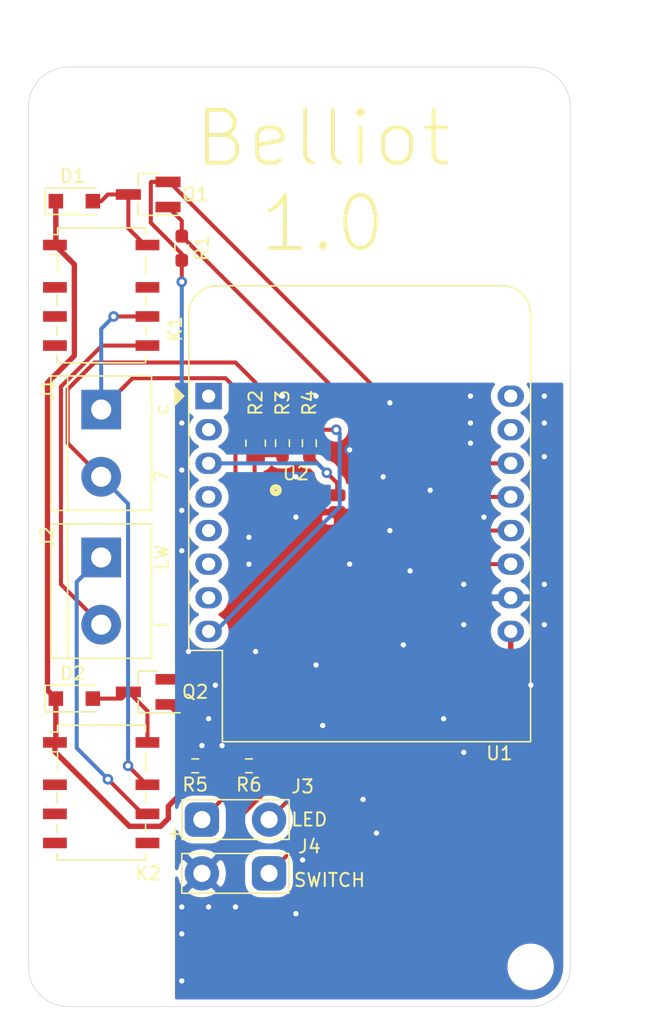
<source format=kicad_pcb>
(kicad_pcb (version 20171130) (host pcbnew 5.1.10-88a1d61d58~90~ubuntu20.04.1)

  (general
    (thickness 1.6)
    (drawings 18)
    (tracks 167)
    (zones 0)
    (modules 22)
    (nets 33)
  )

  (page A4)
  (layers
    (0 F.Cu signal)
    (31 B.Cu signal)
    (32 B.Adhes user)
    (33 F.Adhes user)
    (34 B.Paste user)
    (35 F.Paste user)
    (36 B.SilkS user)
    (37 F.SilkS user)
    (38 B.Mask user)
    (39 F.Mask user)
    (40 Dwgs.User user)
    (41 Cmts.User user)
    (42 Eco1.User user)
    (43 Eco2.User user)
    (44 Edge.Cuts user)
    (45 Margin user)
    (46 B.CrtYd user)
    (47 F.CrtYd user)
    (48 B.Fab user)
    (49 F.Fab user)
  )

  (setup
    (last_trace_width 0.25)
    (user_trace_width 0.3048)
    (user_trace_width 0.4064)
    (trace_clearance 0.2)
    (zone_clearance 0.508)
    (zone_45_only no)
    (trace_min 0.2)
    (via_size 0.8)
    (via_drill 0.4)
    (via_min_size 0.4)
    (via_min_drill 0.3)
    (uvia_size 0.3)
    (uvia_drill 0.1)
    (uvias_allowed no)
    (uvia_min_size 0.2)
    (uvia_min_drill 0.1)
    (edge_width 0.05)
    (segment_width 0.2)
    (pcb_text_width 0.3)
    (pcb_text_size 1.5 1.5)
    (mod_edge_width 0.12)
    (mod_text_size 1 1)
    (mod_text_width 0.15)
    (pad_size 1.524 1.524)
    (pad_drill 0.762)
    (pad_to_mask_clearance 0)
    (aux_axis_origin 0 0)
    (visible_elements FFFDFF7F)
    (pcbplotparams
      (layerselection 0x010fc_ffffffff)
      (usegerberextensions false)
      (usegerberattributes true)
      (usegerberadvancedattributes true)
      (creategerberjobfile true)
      (excludeedgelayer true)
      (linewidth 0.100000)
      (plotframeref false)
      (viasonmask false)
      (mode 1)
      (useauxorigin false)
      (hpglpennumber 1)
      (hpglpenspeed 20)
      (hpglpendiameter 15.000000)
      (psnegative false)
      (psa4output false)
      (plotreference true)
      (plotvalue true)
      (plotinvisibletext false)
      (padsonsilk false)
      (subtractmaskfromsilk true)
      (outputformat 1)
      (mirror false)
      (drillshape 0)
      (scaleselection 1)
      (outputdirectory "fab/"))
  )

  (net 0 "")
  (net 1 +5V)
  (net 2 "Net-(K1-Pad2)")
  (net 3 "Net-(K1-Pad3)")
  (net 4 "Net-(K1-Pad4)")
  (net 5 I)
  (net 6 c)
  (net 7 "Net-(K1-Pad7)")
  (net 8 "Net-(D1-Pad2)")
  (net 9 "Net-(K2-Pad2)")
  (net 10 "Net-(K2-Pad3)")
  (net 11 "Net-(K2-Pad4)")
  (net 12 "Net-(K2-Pad5)")
  (net 13 LW)
  (net 14 7)
  (net 15 "Net-(D2-Pad2)")
  (net 16 "Net-(R2-Pad1)")
  (net 17 "Net-(U1-Pad16)")
  (net 18 "Net-(U1-Pad15)")
  (net 19 GND)
  (net 20 +3V3)
  (net 21 "Net-(U1-Pad7)")
  (net 22 "Net-(U1-Pad6)")
  (net 23 "Net-(U1-Pad5)")
  (net 24 "Net-(U1-Pad4)")
  (net 25 "Net-(R4-Pad1)")
  (net 26 "Net-(U1-Pad1)")
  (net 27 "Net-(U1-Pad2)")
  (net 28 "Net-(Q1-Pad1)")
  (net 29 "Net-(Q2-Pad1)")
  (net 30 "Net-(J3-Pad2)")
  (net 31 "Net-(J3-Pad1)")
  (net 32 "Net-(J4-Pad1)")

  (net_class Default "This is the default net class."
    (clearance 0.2)
    (trace_width 0.25)
    (via_dia 0.8)
    (via_drill 0.4)
    (uvia_dia 0.3)
    (uvia_drill 0.1)
    (add_net +3V3)
    (add_net 7)
    (add_net GND)
    (add_net I)
    (add_net LW)
    (add_net "Net-(D1-Pad2)")
    (add_net "Net-(D2-Pad2)")
    (add_net "Net-(J3-Pad1)")
    (add_net "Net-(J3-Pad2)")
    (add_net "Net-(J4-Pad1)")
    (add_net "Net-(K1-Pad2)")
    (add_net "Net-(K1-Pad3)")
    (add_net "Net-(K1-Pad4)")
    (add_net "Net-(K1-Pad7)")
    (add_net "Net-(K2-Pad2)")
    (add_net "Net-(K2-Pad3)")
    (add_net "Net-(K2-Pad4)")
    (add_net "Net-(K2-Pad5)")
    (add_net "Net-(Q1-Pad1)")
    (add_net "Net-(Q2-Pad1)")
    (add_net "Net-(R2-Pad1)")
    (add_net "Net-(R4-Pad1)")
    (add_net "Net-(U1-Pad1)")
    (add_net "Net-(U1-Pad15)")
    (add_net "Net-(U1-Pad16)")
    (add_net "Net-(U1-Pad2)")
    (add_net "Net-(U1-Pad4)")
    (add_net "Net-(U1-Pad5)")
    (add_net "Net-(U1-Pad6)")
    (add_net "Net-(U1-Pad7)")
    (add_net c)
  )

  (net_class 5V ""
    (clearance 0.2)
    (trace_width 0.4064)
    (via_dia 0.8)
    (via_drill 0.4)
    (uvia_dia 0.3)
    (uvia_drill 0.1)
    (add_net +5V)
  )

  (module belliot:SSOP-4_4.4x2.6mm_P1.27mm (layer F.Cu) (tedit 614752D6) (tstamp 61467221)
    (at 142.24 94.996)
    (descr "SSOP, 4 Pin")
    (tags "SSOP SO")
    (path /6146776A)
    (attr smd)
    (fp_text reference U2 (at 0 -2.286) (layer F.SilkS)
      (effects (font (size 1 1) (thickness 0.15)))
    )
    (fp_text value VOS628A (at 0.762 3.556) (layer F.Fab)
      (effects (font (size 1 1) (thickness 0.15)))
    )
    (fp_text user %R (at 0 0) (layer F.Fab)
      (effects (font (size 0.98 0.98) (thickness 0.15)))
    )
    (fp_circle (center -1.524 -1.016) (end -1.27 -1.016) (layer F.SilkS) (width 0.4))
    (pad 3 smd roundrect (at 3.125 -0.635) (size 1.25 0.9) (layers F.Cu F.Paste F.Mask) (roundrect_rratio 0.25)
      (net 25 "Net-(R4-Pad1)"))
    (pad 4 smd roundrect (at 3.125 0.635) (size 1.25 0.9) (layers F.Cu F.Paste F.Mask) (roundrect_rratio 0.25)
      (net 19 GND))
    (pad 2 smd roundrect (at -3.125 0.635) (size 1.25 0.9) (layers F.Cu F.Paste F.Mask) (roundrect_rratio 0.25)
      (net 6 c))
    (pad 1 smd roundrect (at -3.125 -0.635) (size 1.25 0.9) (layers F.Cu F.Paste F.Mask) (roundrect_rratio 0.25)
      (net 16 "Net-(R2-Pad1)"))
    (model :proj:SSOP-4.STEP
      (offset (xyz 0 0 1))
      (scale (xyz 1 1 1))
      (rotate (xyz -90 0 90))
    )
  )

  (module MountingHole:MountingHole_2.5mm (layer F.Cu) (tedit 56D1B4CB) (tstamp 614714C8)
    (at 160 130)
    (descr "Mounting Hole 2.5mm, no annular")
    (tags "mounting hole 2.5mm no annular")
    (path /614A0681)
    (attr virtual)
    (fp_text reference H4 (at 0 -3.5) (layer F.SilkS) hide
      (effects (font (size 1 1) (thickness 0.15)))
    )
    (fp_text value MountingHole (at 0 3.5) (layer F.Fab)
      (effects (font (size 1 1) (thickness 0.15)))
    )
    (fp_circle (center 0 0) (end 2.75 0) (layer F.CrtYd) (width 0.05))
    (fp_circle (center 0 0) (end 2.5 0) (layer Cmts.User) (width 0.15))
    (fp_text user %R (at 0.3 0) (layer F.Fab)
      (effects (font (size 1 1) (thickness 0.15)))
    )
    (pad 1 np_thru_hole circle (at 0 0) (size 2.5 2.5) (drill 2.5) (layers *.Cu *.Mask))
  )

  (module MountingHole:MountingHole_2.5mm (layer F.Cu) (tedit 56D1B4CB) (tstamp 614714C0)
    (at 125 130)
    (descr "Mounting Hole 2.5mm, no annular")
    (tags "mounting hole 2.5mm no annular")
    (path /614A0405)
    (attr virtual)
    (fp_text reference H3 (at 0 -3.5) (layer F.SilkS) hide
      (effects (font (size 1 1) (thickness 0.15)))
    )
    (fp_text value MountingHole (at 0 3.5) (layer F.Fab)
      (effects (font (size 1 1) (thickness 0.15)))
    )
    (fp_circle (center 0 0) (end 2.75 0) (layer F.CrtYd) (width 0.05))
    (fp_circle (center 0 0) (end 2.5 0) (layer Cmts.User) (width 0.15))
    (fp_text user %R (at 0.3 0) (layer F.Fab)
      (effects (font (size 1 1) (thickness 0.15)))
    )
    (pad 1 np_thru_hole circle (at 0 0) (size 2.5 2.5) (drill 2.5) (layers *.Cu *.Mask))
  )

  (module MountingHole:MountingHole_2.5mm (layer F.Cu) (tedit 56D1B4CB) (tstamp 614714B8)
    (at 160 65)
    (descr "Mounting Hole 2.5mm, no annular")
    (tags "mounting hole 2.5mm no annular")
    (path /614A0222)
    (attr virtual)
    (fp_text reference H2 (at 0 -3.5) (layer F.SilkS) hide
      (effects (font (size 1 1) (thickness 0.15)))
    )
    (fp_text value MountingHole (at 0 3.5) (layer F.Fab)
      (effects (font (size 1 1) (thickness 0.15)))
    )
    (fp_circle (center 0 0) (end 2.75 0) (layer F.CrtYd) (width 0.05))
    (fp_circle (center 0 0) (end 2.5 0) (layer Cmts.User) (width 0.15))
    (fp_text user %R (at 0.3 0) (layer F.Fab)
      (effects (font (size 1 1) (thickness 0.15)))
    )
    (pad 1 np_thru_hole circle (at 0 0) (size 2.5 2.5) (drill 2.5) (layers *.Cu *.Mask))
  )

  (module MountingHole:MountingHole_2.5mm (layer F.Cu) (tedit 56D1B4CB) (tstamp 614714B0)
    (at 125 65)
    (descr "Mounting Hole 2.5mm, no annular")
    (tags "mounting hole 2.5mm no annular")
    (path /614A01B3)
    (attr virtual)
    (fp_text reference H1 (at 0 -3.5) (layer F.SilkS) hide
      (effects (font (size 1 1) (thickness 0.15)))
    )
    (fp_text value MountingHole (at 0 3.5) (layer F.Fab)
      (effects (font (size 1 1) (thickness 0.15)))
    )
    (fp_circle (center 0 0) (end 2.75 0) (layer F.CrtYd) (width 0.05))
    (fp_circle (center 0 0) (end 2.5 0) (layer Cmts.User) (width 0.15))
    (fp_text user %R (at 0.3 0) (layer F.Fab)
      (effects (font (size 1 1) (thickness 0.15)))
    )
    (pad 1 np_thru_hole circle (at 0 0) (size 2.5 2.5) (drill 2.5) (layers *.Cu *.Mask))
  )

  (module TestPoint:TestPoint_2Pads_Pitch5.08mm_Drill1.3mm (layer F.Cu) (tedit 5BD71EB4) (tstamp 614708D6)
    (at 140.208 122.936 180)
    (descr "Test point with 2 pads, pitch 5.08mm, hole diameter 1.3mm, wire diameter 1.0mm")
    (tags "CONN DEV")
    (path /6149C229)
    (attr virtual)
    (fp_text reference J4 (at -3.048 2.032) (layer F.SilkS)
      (effects (font (size 1 1) (thickness 0.15)))
    )
    (fp_text value SWITCH (at 2.54 3) (layer F.Fab)
      (effects (font (size 1 1) (thickness 0.15)))
    )
    (fp_line (start 6.6 1.5) (end -1.5 1.5) (layer F.SilkS) (width 0.12))
    (fp_line (start -1.5 -1.5) (end 6.6 -1.5) (layer F.SilkS) (width 0.12))
    (fp_line (start 6.6 1.5) (end 6.6 -1.5) (layer F.SilkS) (width 0.12))
    (fp_line (start -1.5 -1.5) (end -1.5 1.5) (layer F.SilkS) (width 0.12))
    (fp_line (start 5.08 0) (end 0 0) (layer F.Fab) (width 0.1))
    (fp_line (start -1.8 -1.8) (end 6.88 -1.8) (layer F.CrtYd) (width 0.05))
    (fp_line (start -1.8 -1.8) (end -1.8 1.8) (layer F.CrtYd) (width 0.05))
    (fp_line (start 6.88 1.8) (end 6.88 -1.8) (layer F.CrtYd) (width 0.05))
    (fp_line (start 6.88 1.8) (end -1.8 1.8) (layer F.CrtYd) (width 0.05))
    (fp_text user %R (at 2.54 0) (layer F.Fab)
      (effects (font (size 1 1) (thickness 0.15)))
    )
    (pad 2 thru_hole circle (at 5.08 0 180) (size 2.6 2.6) (drill 1.3) (layers *.Cu *.Mask)
      (net 19 GND))
    (pad 1 thru_hole roundrect (at 0 0 180) (size 2.6 2.6) (drill 1.3) (layers *.Cu *.Mask) (roundrect_rratio 0.25)
      (net 32 "Net-(J4-Pad1)"))
  )

  (module TestPoint:TestPoint_2Pads_Pitch5.08mm_Drill1.3mm (layer F.Cu) (tedit 5BD71EB4) (tstamp 614708C6)
    (at 135.128 118.872)
    (descr "Test point with 2 pads, pitch 5.08mm, hole diameter 1.3mm, wire diameter 1.0mm")
    (tags "CONN DEV")
    (path /614975C3)
    (attr virtual)
    (fp_text reference J3 (at 7.62 -2.5) (layer F.SilkS)
      (effects (font (size 1 1) (thickness 0.15)))
    )
    (fp_text value LED (at 2.54 3) (layer F.Fab)
      (effects (font (size 1 1) (thickness 0.15)))
    )
    (fp_line (start 6.6 1.5) (end -1.5 1.5) (layer F.SilkS) (width 0.12))
    (fp_line (start -1.5 -1.5) (end 6.6 -1.5) (layer F.SilkS) (width 0.12))
    (fp_line (start 6.6 1.5) (end 6.6 -1.5) (layer F.SilkS) (width 0.12))
    (fp_line (start -1.5 -1.5) (end -1.5 1.5) (layer F.SilkS) (width 0.12))
    (fp_line (start 5.08 0) (end 0 0) (layer F.Fab) (width 0.1))
    (fp_line (start -1.8 -1.8) (end 6.88 -1.8) (layer F.CrtYd) (width 0.05))
    (fp_line (start -1.8 -1.8) (end -1.8 1.8) (layer F.CrtYd) (width 0.05))
    (fp_line (start 6.88 1.8) (end 6.88 -1.8) (layer F.CrtYd) (width 0.05))
    (fp_line (start 6.88 1.8) (end -1.8 1.8) (layer F.CrtYd) (width 0.05))
    (fp_text user %R (at 2.54 0) (layer F.Fab)
      (effects (font (size 1 1) (thickness 0.15)))
    )
    (pad 2 thru_hole circle (at 5.08 0) (size 2.6 2.6) (drill 1.3) (layers *.Cu *.Mask)
      (net 30 "Net-(J3-Pad2)"))
    (pad 1 thru_hole roundrect (at 0 0) (size 2.6 2.6) (drill 1.3) (layers *.Cu *.Mask) (roundrect_rratio 0.25)
      (net 31 "Net-(J3-Pad1)"))
  )

  (module Resistor_SMD:R_0603_1608Metric_Pad0.98x0.95mm_HandSolder (layer F.Cu) (tedit 5F68FEEE) (tstamp 6146F028)
    (at 138.684 114.808 180)
    (descr "Resistor SMD 0603 (1608 Metric), square (rectangular) end terminal, IPC_7351 nominal with elongated pad for handsoldering. (Body size source: IPC-SM-782 page 72, https://www.pcb-3d.com/wordpress/wp-content/uploads/ipc-sm-782a_amendment_1_and_2.pdf), generated with kicad-footprint-generator")
    (tags "resistor handsolder")
    (path /6146F370)
    (attr smd)
    (fp_text reference R6 (at 0 -1.43) (layer F.SilkS)
      (effects (font (size 1 1) (thickness 0.15)))
    )
    (fp_text value 1k (at 0 1.43) (layer F.Fab)
      (effects (font (size 1 1) (thickness 0.15)))
    )
    (fp_line (start 1.65 0.73) (end -1.65 0.73) (layer F.CrtYd) (width 0.05))
    (fp_line (start 1.65 -0.73) (end 1.65 0.73) (layer F.CrtYd) (width 0.05))
    (fp_line (start -1.65 -0.73) (end 1.65 -0.73) (layer F.CrtYd) (width 0.05))
    (fp_line (start -1.65 0.73) (end -1.65 -0.73) (layer F.CrtYd) (width 0.05))
    (fp_line (start -0.254724 0.5225) (end 0.254724 0.5225) (layer F.SilkS) (width 0.12))
    (fp_line (start -0.254724 -0.5225) (end 0.254724 -0.5225) (layer F.SilkS) (width 0.12))
    (fp_line (start 0.8 0.4125) (end -0.8 0.4125) (layer F.Fab) (width 0.1))
    (fp_line (start 0.8 -0.4125) (end 0.8 0.4125) (layer F.Fab) (width 0.1))
    (fp_line (start -0.8 -0.4125) (end 0.8 -0.4125) (layer F.Fab) (width 0.1))
    (fp_line (start -0.8 0.4125) (end -0.8 -0.4125) (layer F.Fab) (width 0.1))
    (fp_text user %R (at 0 0) (layer F.Fab)
      (effects (font (size 0.4 0.4) (thickness 0.06)))
    )
    (pad 2 smd roundrect (at 0.9125 0 180) (size 0.975 0.95) (layers F.Cu F.Paste F.Mask) (roundrect_rratio 0.25)
      (net 1 +5V))
    (pad 1 smd roundrect (at -0.9125 0 180) (size 0.975 0.95) (layers F.Cu F.Paste F.Mask) (roundrect_rratio 0.25)
      (net 31 "Net-(J3-Pad1)"))
    (model ${KISYS3DMOD}/Resistor_SMD.3dshapes/R_0603_1608Metric.wrl
      (at (xyz 0 0 0))
      (scale (xyz 1 1 1))
      (rotate (xyz 0 0 0))
    )
  )

  (module Diode_SMD:D_SOD-123F (layer F.Cu) (tedit 587F7769) (tstamp 6146920C)
    (at 125.476 109.728)
    (descr D_SOD-123F)
    (tags D_SOD-123F)
    (path /614851A5)
    (attr smd)
    (fp_text reference D2 (at -0.127 -1.905) (layer F.SilkS)
      (effects (font (size 1 1) (thickness 0.15)))
    )
    (fp_text value D_Small (at 0 2.1) (layer F.Fab)
      (effects (font (size 1 1) (thickness 0.15)))
    )
    (fp_line (start -2.2 -1) (end -2.2 1) (layer F.SilkS) (width 0.12))
    (fp_line (start 0.25 0) (end 0.75 0) (layer F.Fab) (width 0.1))
    (fp_line (start 0.25 0.4) (end -0.35 0) (layer F.Fab) (width 0.1))
    (fp_line (start 0.25 -0.4) (end 0.25 0.4) (layer F.Fab) (width 0.1))
    (fp_line (start -0.35 0) (end 0.25 -0.4) (layer F.Fab) (width 0.1))
    (fp_line (start -0.35 0) (end -0.35 0.55) (layer F.Fab) (width 0.1))
    (fp_line (start -0.35 0) (end -0.35 -0.55) (layer F.Fab) (width 0.1))
    (fp_line (start -0.75 0) (end -0.35 0) (layer F.Fab) (width 0.1))
    (fp_line (start -1.4 0.9) (end -1.4 -0.9) (layer F.Fab) (width 0.1))
    (fp_line (start 1.4 0.9) (end -1.4 0.9) (layer F.Fab) (width 0.1))
    (fp_line (start 1.4 -0.9) (end 1.4 0.9) (layer F.Fab) (width 0.1))
    (fp_line (start -1.4 -0.9) (end 1.4 -0.9) (layer F.Fab) (width 0.1))
    (fp_line (start -2.2 -1.15) (end 2.2 -1.15) (layer F.CrtYd) (width 0.05))
    (fp_line (start 2.2 -1.15) (end 2.2 1.15) (layer F.CrtYd) (width 0.05))
    (fp_line (start 2.2 1.15) (end -2.2 1.15) (layer F.CrtYd) (width 0.05))
    (fp_line (start -2.2 -1.15) (end -2.2 1.15) (layer F.CrtYd) (width 0.05))
    (fp_line (start -2.2 1) (end 1.65 1) (layer F.SilkS) (width 0.12))
    (fp_line (start -2.2 -1) (end 1.65 -1) (layer F.SilkS) (width 0.12))
    (fp_text user %R (at -0.127 -1.905) (layer F.Fab)
      (effects (font (size 1 1) (thickness 0.15)))
    )
    (pad 2 smd rect (at 1.4 0) (size 1.1 1.1) (layers F.Cu F.Paste F.Mask)
      (net 15 "Net-(D2-Pad2)"))
    (pad 1 smd rect (at -1.4 0) (size 1.1 1.1) (layers F.Cu F.Paste F.Mask)
      (net 1 +5V))
    (model ${KISYS3DMOD}/Diode_SMD.3dshapes/D_SOD-123F.wrl
      (at (xyz 0 0 0))
      (scale (xyz 1 1 1))
      (rotate (xyz 0 0 0))
    )
  )

  (module Diode_SMD:D_SOD-123F (layer F.Cu) (tedit 587F7769) (tstamp 614691F3)
    (at 125.476 72.136)
    (descr D_SOD-123F)
    (tags D_SOD-123F)
    (path /614846E3)
    (attr smd)
    (fp_text reference D1 (at -0.127 -1.905) (layer F.SilkS)
      (effects (font (size 1 1) (thickness 0.15)))
    )
    (fp_text value SOD1F1 (at 0 2.1) (layer F.Fab)
      (effects (font (size 1 1) (thickness 0.15)))
    )
    (fp_line (start -2.2 -1) (end -2.2 1) (layer F.SilkS) (width 0.12))
    (fp_line (start 0.25 0) (end 0.75 0) (layer F.Fab) (width 0.1))
    (fp_line (start 0.25 0.4) (end -0.35 0) (layer F.Fab) (width 0.1))
    (fp_line (start 0.25 -0.4) (end 0.25 0.4) (layer F.Fab) (width 0.1))
    (fp_line (start -0.35 0) (end 0.25 -0.4) (layer F.Fab) (width 0.1))
    (fp_line (start -0.35 0) (end -0.35 0.55) (layer F.Fab) (width 0.1))
    (fp_line (start -0.35 0) (end -0.35 -0.55) (layer F.Fab) (width 0.1))
    (fp_line (start -0.75 0) (end -0.35 0) (layer F.Fab) (width 0.1))
    (fp_line (start -1.4 0.9) (end -1.4 -0.9) (layer F.Fab) (width 0.1))
    (fp_line (start 1.4 0.9) (end -1.4 0.9) (layer F.Fab) (width 0.1))
    (fp_line (start 1.4 -0.9) (end 1.4 0.9) (layer F.Fab) (width 0.1))
    (fp_line (start -1.4 -0.9) (end 1.4 -0.9) (layer F.Fab) (width 0.1))
    (fp_line (start -2.2 -1.15) (end 2.2 -1.15) (layer F.CrtYd) (width 0.05))
    (fp_line (start 2.2 -1.15) (end 2.2 1.15) (layer F.CrtYd) (width 0.05))
    (fp_line (start 2.2 1.15) (end -2.2 1.15) (layer F.CrtYd) (width 0.05))
    (fp_line (start -2.2 -1.15) (end -2.2 1.15) (layer F.CrtYd) (width 0.05))
    (fp_line (start -2.2 1) (end 1.65 1) (layer F.SilkS) (width 0.12))
    (fp_line (start -2.2 -1) (end 1.65 -1) (layer F.SilkS) (width 0.12))
    (fp_text user %R (at -0.127 -1.905) (layer F.Fab)
      (effects (font (size 1 1) (thickness 0.15)))
    )
    (pad 2 smd rect (at 1.4 0) (size 1.1 1.1) (layers F.Cu F.Paste F.Mask)
      (net 8 "Net-(D1-Pad2)"))
    (pad 1 smd rect (at -1.4 0) (size 1.1 1.1) (layers F.Cu F.Paste F.Mask)
      (net 1 +5V))
    (model ${KISYS3DMOD}/Diode_SMD.3dshapes/D_SOD-123F.wrl
      (at (xyz 0 0 0))
      (scale (xyz 1 1 1))
      (rotate (xyz 0 0 0))
    )
  )

  (module Package_TO_SOT_SMD:SOT-23_Handsoldering (layer F.Cu) (tedit 5A0AB76C) (tstamp 61468D8E)
    (at 131.064 109.22 180)
    (descr "SOT-23, Handsoldering")
    (tags SOT-23)
    (path /61495264)
    (attr smd)
    (fp_text reference Q2 (at -3.556 0 180) (layer F.SilkS)
      (effects (font (size 1 1) (thickness 0.15)))
    )
    (fp_text value IRLML2502 (at 0 2.5) (layer F.Fab)
      (effects (font (size 1 1) (thickness 0.15)))
    )
    (fp_line (start 0.76 1.58) (end 0.76 0.65) (layer F.SilkS) (width 0.12))
    (fp_line (start 0.76 -1.58) (end 0.76 -0.65) (layer F.SilkS) (width 0.12))
    (fp_line (start -2.7 -1.75) (end 2.7 -1.75) (layer F.CrtYd) (width 0.05))
    (fp_line (start 2.7 -1.75) (end 2.7 1.75) (layer F.CrtYd) (width 0.05))
    (fp_line (start 2.7 1.75) (end -2.7 1.75) (layer F.CrtYd) (width 0.05))
    (fp_line (start -2.7 1.75) (end -2.7 -1.75) (layer F.CrtYd) (width 0.05))
    (fp_line (start 0.76 -1.58) (end -2.4 -1.58) (layer F.SilkS) (width 0.12))
    (fp_line (start -0.7 -0.95) (end -0.7 1.5) (layer F.Fab) (width 0.1))
    (fp_line (start -0.15 -1.52) (end 0.7 -1.52) (layer F.Fab) (width 0.1))
    (fp_line (start -0.7 -0.95) (end -0.15 -1.52) (layer F.Fab) (width 0.1))
    (fp_line (start 0.7 -1.52) (end 0.7 1.52) (layer F.Fab) (width 0.1))
    (fp_line (start -0.7 1.52) (end 0.7 1.52) (layer F.Fab) (width 0.1))
    (fp_line (start 0.76 1.58) (end -0.7 1.58) (layer F.SilkS) (width 0.12))
    (fp_text user %R (at 0 0 90) (layer F.Fab)
      (effects (font (size 0.5 0.5) (thickness 0.075)))
    )
    (pad 3 smd rect (at 1.5 0 180) (size 1.9 0.8) (layers F.Cu F.Paste F.Mask)
      (net 15 "Net-(D2-Pad2)"))
    (pad 2 smd rect (at -1.5 0.95 180) (size 1.9 0.8) (layers F.Cu F.Paste F.Mask)
      (net 19 GND))
    (pad 1 smd rect (at -1.5 -0.95 180) (size 1.9 0.8) (layers F.Cu F.Paste F.Mask)
      (net 29 "Net-(Q2-Pad1)"))
    (model ${KISYS3DMOD}/Package_TO_SOT_SMD.3dshapes/SOT-23.wrl
      (at (xyz 0 0 0))
      (scale (xyz 1 1 1))
      (rotate (xyz 0 0 0))
    )
  )

  (module Package_TO_SOT_SMD:SOT-23_Handsoldering (layer F.Cu) (tedit 5A0AB76C) (tstamp 6146F517)
    (at 131.064 71.628 180)
    (descr "SOT-23, Handsoldering")
    (tags SOT-23)
    (path /614959A1)
    (attr smd)
    (fp_text reference Q1 (at -3.556 0) (layer F.SilkS)
      (effects (font (size 1 1) (thickness 0.15)))
    )
    (fp_text value IRLML2502 (at 0 2.5) (layer F.Fab)
      (effects (font (size 1 1) (thickness 0.15)))
    )
    (fp_line (start 0.76 1.58) (end 0.76 0.65) (layer F.SilkS) (width 0.12))
    (fp_line (start 0.76 -1.58) (end 0.76 -0.65) (layer F.SilkS) (width 0.12))
    (fp_line (start -2.7 -1.75) (end 2.7 -1.75) (layer F.CrtYd) (width 0.05))
    (fp_line (start 2.7 -1.75) (end 2.7 1.75) (layer F.CrtYd) (width 0.05))
    (fp_line (start 2.7 1.75) (end -2.7 1.75) (layer F.CrtYd) (width 0.05))
    (fp_line (start -2.7 1.75) (end -2.7 -1.75) (layer F.CrtYd) (width 0.05))
    (fp_line (start 0.76 -1.58) (end -2.4 -1.58) (layer F.SilkS) (width 0.12))
    (fp_line (start -0.7 -0.95) (end -0.7 1.5) (layer F.Fab) (width 0.1))
    (fp_line (start -0.15 -1.52) (end 0.7 -1.52) (layer F.Fab) (width 0.1))
    (fp_line (start -0.7 -0.95) (end -0.15 -1.52) (layer F.Fab) (width 0.1))
    (fp_line (start 0.7 -1.52) (end 0.7 1.52) (layer F.Fab) (width 0.1))
    (fp_line (start -0.7 1.52) (end 0.7 1.52) (layer F.Fab) (width 0.1))
    (fp_line (start 0.76 1.58) (end -0.7 1.58) (layer F.SilkS) (width 0.12))
    (fp_text user %R (at 0 0 90) (layer F.Fab)
      (effects (font (size 0.5 0.5) (thickness 0.075)))
    )
    (pad 3 smd rect (at 1.5 0 180) (size 1.9 0.8) (layers F.Cu F.Paste F.Mask)
      (net 8 "Net-(D1-Pad2)"))
    (pad 2 smd rect (at -1.5 0.95 180) (size 1.9 0.8) (layers F.Cu F.Paste F.Mask)
      (net 19 GND))
    (pad 1 smd rect (at -1.5 -0.95 180) (size 1.9 0.8) (layers F.Cu F.Paste F.Mask)
      (net 28 "Net-(Q1-Pad1)"))
    (model ${KISYS3DMOD}/Package_TO_SOT_SMD.3dshapes/SOT-23.wrl
      (at (xyz 0 0 0))
      (scale (xyz 1 1 1))
      (rotate (xyz 0 0 0))
    )
  )

  (module TerminalBlock:TerminalBlock_bornier-2_P5.08mm (layer F.Cu) (tedit 59FF03AB) (tstamp 614678D3)
    (at 127.508 99.06 270)
    (descr "simple 2-pin terminal block, pitch 5.08mm, revamped version of bornier2")
    (tags "terminal block bornier2")
    (path /61490911)
    (fp_text reference J2 (at -1.524 4.064 90) (layer F.SilkS)
      (effects (font (size 1 1) (thickness 0.15)))
    )
    (fp_text value Screw_Terminal_01x02 (at 2.54 5.08 90) (layer F.Fab)
      (effects (font (size 1 1) (thickness 0.15)))
    )
    (fp_line (start -2.41 2.55) (end 7.49 2.55) (layer F.Fab) (width 0.1))
    (fp_line (start -2.46 -3.75) (end -2.46 3.75) (layer F.Fab) (width 0.1))
    (fp_line (start -2.46 3.75) (end 7.54 3.75) (layer F.Fab) (width 0.1))
    (fp_line (start 7.54 3.75) (end 7.54 -3.75) (layer F.Fab) (width 0.1))
    (fp_line (start 7.54 -3.75) (end -2.46 -3.75) (layer F.Fab) (width 0.1))
    (fp_line (start 7.62 2.54) (end -2.54 2.54) (layer F.SilkS) (width 0.12))
    (fp_line (start 7.62 3.81) (end 7.62 -3.81) (layer F.SilkS) (width 0.12))
    (fp_line (start 7.62 -3.81) (end -2.54 -3.81) (layer F.SilkS) (width 0.12))
    (fp_line (start -2.54 -3.81) (end -2.54 3.81) (layer F.SilkS) (width 0.12))
    (fp_line (start -2.54 3.81) (end 7.62 3.81) (layer F.SilkS) (width 0.12))
    (fp_line (start -2.71 -4) (end 7.79 -4) (layer F.CrtYd) (width 0.05))
    (fp_line (start -2.71 -4) (end -2.71 4) (layer F.CrtYd) (width 0.05))
    (fp_line (start 7.79 4) (end 7.79 -4) (layer F.CrtYd) (width 0.05))
    (fp_line (start 7.79 4) (end -2.71 4) (layer F.CrtYd) (width 0.05))
    (fp_text user %R (at 2.54 0 90) (layer F.Fab)
      (effects (font (size 1 1) (thickness 0.15)))
    )
    (pad 2 thru_hole circle (at 5.08 0 270) (size 3 3) (drill 1.52) (layers *.Cu *.Mask)
      (net 5 I))
    (pad 1 thru_hole rect (at 0 0 270) (size 3 3) (drill 1.52) (layers *.Cu *.Mask)
      (net 13 LW))
    (model ${KISYS3DMOD}/TerminalBlock.3dshapes/TerminalBlock_bornier-2_P5.08mm.wrl
      (offset (xyz 2.539999961853027 0 0))
      (scale (xyz 1 1 1))
      (rotate (xyz 0 0 0))
    )
  )

  (module TerminalBlock:TerminalBlock_bornier-2_P5.08mm (layer F.Cu) (tedit 59FF03AB) (tstamp 6146786C)
    (at 127.508 87.884 270)
    (descr "simple 2-pin terminal block, pitch 5.08mm, revamped version of bornier2")
    (tags "terminal block bornier2")
    (path /6148F8C4)
    (fp_text reference J1 (at -1.524 4.064 90) (layer F.SilkS)
      (effects (font (size 1 1) (thickness 0.15)))
    )
    (fp_text value Screw_Terminal_01x02 (at 2.54 5.08 90) (layer F.Fab)
      (effects (font (size 1 1) (thickness 0.15)))
    )
    (fp_line (start -2.41 2.55) (end 7.49 2.55) (layer F.Fab) (width 0.1))
    (fp_line (start -2.46 -3.75) (end -2.46 3.75) (layer F.Fab) (width 0.1))
    (fp_line (start -2.46 3.75) (end 7.54 3.75) (layer F.Fab) (width 0.1))
    (fp_line (start 7.54 3.75) (end 7.54 -3.75) (layer F.Fab) (width 0.1))
    (fp_line (start 7.54 -3.75) (end -2.46 -3.75) (layer F.Fab) (width 0.1))
    (fp_line (start 7.62 2.54) (end -2.54 2.54) (layer F.SilkS) (width 0.12))
    (fp_line (start 7.62 3.81) (end 7.62 -3.81) (layer F.SilkS) (width 0.12))
    (fp_line (start 7.62 -3.81) (end -2.54 -3.81) (layer F.SilkS) (width 0.12))
    (fp_line (start -2.54 -3.81) (end -2.54 3.81) (layer F.SilkS) (width 0.12))
    (fp_line (start -2.54 3.81) (end 7.62 3.81) (layer F.SilkS) (width 0.12))
    (fp_line (start -2.71 -4) (end 7.79 -4) (layer F.CrtYd) (width 0.05))
    (fp_line (start -2.71 -4) (end -2.71 4) (layer F.CrtYd) (width 0.05))
    (fp_line (start 7.79 4) (end 7.79 -4) (layer F.CrtYd) (width 0.05))
    (fp_line (start 7.79 4) (end -2.71 4) (layer F.CrtYd) (width 0.05))
    (fp_text user %R (at 2.54 0 90) (layer F.Fab)
      (effects (font (size 1 1) (thickness 0.15)))
    )
    (pad 2 thru_hole circle (at 5.08 0 270) (size 3 3) (drill 1.52) (layers *.Cu *.Mask)
      (net 14 7))
    (pad 1 thru_hole rect (at 0 0 270) (size 3 3) (drill 1.52) (layers *.Cu *.Mask)
      (net 6 c))
    (model ${KISYS3DMOD}/TerminalBlock.3dshapes/TerminalBlock_bornier-2_P5.08mm.wrl
      (offset (xyz 2.539999961853027 0 0))
      (scale (xyz 1 1 1))
      (rotate (xyz 0 0 0))
    )
  )

  (module Resistor_SMD:R_0603_1608Metric_Pad0.98x0.95mm_HandSolder (layer F.Cu) (tedit 5F68FEEE) (tstamp 614679D2)
    (at 134.62 114.808 180)
    (descr "Resistor SMD 0603 (1608 Metric), square (rectangular) end terminal, IPC_7351 nominal with elongated pad for handsoldering. (Body size source: IPC-SM-782 page 72, https://www.pcb-3d.com/wordpress/wp-content/uploads/ipc-sm-782a_amendment_1_and_2.pdf), generated with kicad-footprint-generator")
    (tags "resistor handsolder")
    (path /6148D3BC)
    (attr smd)
    (fp_text reference R5 (at 0 -1.43) (layer F.SilkS)
      (effects (font (size 1 1) (thickness 0.15)))
    )
    (fp_text value 100k (at 0 1.43) (layer F.Fab)
      (effects (font (size 1 1) (thickness 0.15)))
    )
    (fp_line (start -0.8 0.4125) (end -0.8 -0.4125) (layer F.Fab) (width 0.1))
    (fp_line (start -0.8 -0.4125) (end 0.8 -0.4125) (layer F.Fab) (width 0.1))
    (fp_line (start 0.8 -0.4125) (end 0.8 0.4125) (layer F.Fab) (width 0.1))
    (fp_line (start 0.8 0.4125) (end -0.8 0.4125) (layer F.Fab) (width 0.1))
    (fp_line (start -0.254724 -0.5225) (end 0.254724 -0.5225) (layer F.SilkS) (width 0.12))
    (fp_line (start -0.254724 0.5225) (end 0.254724 0.5225) (layer F.SilkS) (width 0.12))
    (fp_line (start -1.65 0.73) (end -1.65 -0.73) (layer F.CrtYd) (width 0.05))
    (fp_line (start -1.65 -0.73) (end 1.65 -0.73) (layer F.CrtYd) (width 0.05))
    (fp_line (start 1.65 -0.73) (end 1.65 0.73) (layer F.CrtYd) (width 0.05))
    (fp_line (start 1.65 0.73) (end -1.65 0.73) (layer F.CrtYd) (width 0.05))
    (fp_text user %R (at 0 0) (layer F.Fab)
      (effects (font (size 0.4 0.4) (thickness 0.06)))
    )
    (pad 2 smd roundrect (at 0.9125 0 180) (size 0.975 0.95) (layers F.Cu F.Paste F.Mask) (roundrect_rratio 0.25)
      (net 29 "Net-(Q2-Pad1)"))
    (pad 1 smd roundrect (at -0.9125 0 180) (size 0.975 0.95) (layers F.Cu F.Paste F.Mask) (roundrect_rratio 0.25)
      (net 19 GND))
    (model ${KISYS3DMOD}/Resistor_SMD.3dshapes/R_0603_1608Metric.wrl
      (at (xyz 0 0 0))
      (scale (xyz 1 1 1))
      (rotate (xyz 0 0 0))
    )
  )

  (module Resistor_SMD:R_0603_1608Metric_Pad0.98x0.95mm_HandSolder (layer F.Cu) (tedit 5F68FEEE) (tstamp 614679C1)
    (at 143.256 90.424 90)
    (descr "Resistor SMD 0603 (1608 Metric), square (rectangular) end terminal, IPC_7351 nominal with elongated pad for handsoldering. (Body size source: IPC-SM-782 page 72, https://www.pcb-3d.com/wordpress/wp-content/uploads/ipc-sm-782a_amendment_1_and_2.pdf), generated with kicad-footprint-generator")
    (tags "resistor handsolder")
    (path /6146A835)
    (attr smd)
    (fp_text reference R4 (at 3.048 0 90) (layer F.SilkS)
      (effects (font (size 1 1) (thickness 0.15)))
    )
    (fp_text value 10k (at 0 1.43 90) (layer F.Fab)
      (effects (font (size 1 1) (thickness 0.15)))
    )
    (fp_line (start -0.8 0.4125) (end -0.8 -0.4125) (layer F.Fab) (width 0.1))
    (fp_line (start -0.8 -0.4125) (end 0.8 -0.4125) (layer F.Fab) (width 0.1))
    (fp_line (start 0.8 -0.4125) (end 0.8 0.4125) (layer F.Fab) (width 0.1))
    (fp_line (start 0.8 0.4125) (end -0.8 0.4125) (layer F.Fab) (width 0.1))
    (fp_line (start -0.254724 -0.5225) (end 0.254724 -0.5225) (layer F.SilkS) (width 0.12))
    (fp_line (start -0.254724 0.5225) (end 0.254724 0.5225) (layer F.SilkS) (width 0.12))
    (fp_line (start -1.65 0.73) (end -1.65 -0.73) (layer F.CrtYd) (width 0.05))
    (fp_line (start -1.65 -0.73) (end 1.65 -0.73) (layer F.CrtYd) (width 0.05))
    (fp_line (start 1.65 -0.73) (end 1.65 0.73) (layer F.CrtYd) (width 0.05))
    (fp_line (start 1.65 0.73) (end -1.65 0.73) (layer F.CrtYd) (width 0.05))
    (fp_text user %R (at 0 0 90) (layer F.Fab)
      (effects (font (size 0.4 0.4) (thickness 0.06)))
    )
    (pad 2 smd roundrect (at 0.9125 0 90) (size 0.975 0.95) (layers F.Cu F.Paste F.Mask) (roundrect_rratio 0.25)
      (net 20 +3V3))
    (pad 1 smd roundrect (at -0.9125 0 90) (size 0.975 0.95) (layers F.Cu F.Paste F.Mask) (roundrect_rratio 0.25)
      (net 25 "Net-(R4-Pad1)"))
    (model ${KISYS3DMOD}/Resistor_SMD.3dshapes/R_0603_1608Metric.wrl
      (at (xyz 0 0 0))
      (scale (xyz 1 1 1))
      (rotate (xyz 0 0 0))
    )
  )

  (module Resistor_SMD:R_0603_1608Metric_Pad0.98x0.95mm_HandSolder (layer F.Cu) (tedit 5F68FEEE) (tstamp 61467970)
    (at 133.604 75.692 90)
    (descr "Resistor SMD 0603 (1608 Metric), square (rectangular) end terminal, IPC_7351 nominal with elongated pad for handsoldering. (Body size source: IPC-SM-782 page 72, https://www.pcb-3d.com/wordpress/wp-content/uploads/ipc-sm-782a_amendment_1_and_2.pdf), generated with kicad-footprint-generator")
    (tags "resistor handsolder")
    (path /6148CBC7)
    (attr smd)
    (fp_text reference R1 (at 0 1.524 90) (layer F.SilkS)
      (effects (font (size 1 1) (thickness 0.15)))
    )
    (fp_text value 100k (at 0 1.43 90) (layer F.Fab)
      (effects (font (size 1 1) (thickness 0.15)))
    )
    (fp_line (start -0.8 0.4125) (end -0.8 -0.4125) (layer F.Fab) (width 0.1))
    (fp_line (start -0.8 -0.4125) (end 0.8 -0.4125) (layer F.Fab) (width 0.1))
    (fp_line (start 0.8 -0.4125) (end 0.8 0.4125) (layer F.Fab) (width 0.1))
    (fp_line (start 0.8 0.4125) (end -0.8 0.4125) (layer F.Fab) (width 0.1))
    (fp_line (start -0.254724 -0.5225) (end 0.254724 -0.5225) (layer F.SilkS) (width 0.12))
    (fp_line (start -0.254724 0.5225) (end 0.254724 0.5225) (layer F.SilkS) (width 0.12))
    (fp_line (start -1.65 0.73) (end -1.65 -0.73) (layer F.CrtYd) (width 0.05))
    (fp_line (start -1.65 -0.73) (end 1.65 -0.73) (layer F.CrtYd) (width 0.05))
    (fp_line (start 1.65 -0.73) (end 1.65 0.73) (layer F.CrtYd) (width 0.05))
    (fp_line (start 1.65 0.73) (end -1.65 0.73) (layer F.CrtYd) (width 0.05))
    (fp_text user %R (at 0 0 90) (layer F.Fab)
      (effects (font (size 0.4 0.4) (thickness 0.06)))
    )
    (pad 2 smd roundrect (at 0.9125 0 90) (size 0.975 0.95) (layers F.Cu F.Paste F.Mask) (roundrect_rratio 0.25)
      (net 28 "Net-(Q1-Pad1)"))
    (pad 1 smd roundrect (at -0.9125 0 90) (size 0.975 0.95) (layers F.Cu F.Paste F.Mask) (roundrect_rratio 0.25)
      (net 19 GND))
    (model ${KISYS3DMOD}/Resistor_SMD.3dshapes/R_0603_1608Metric.wrl
      (at (xyz 0 0 0))
      (scale (xyz 1 1 1))
      (rotate (xyz 0 0 0))
    )
  )

  (module Module:WEMOS_D1_mini_light (layer F.Cu) (tedit 5BBFB1CE) (tstamp 61467217)
    (at 135.636 86.868)
    (descr "16-pin module, column spacing 22.86 mm (900 mils), https://wiki.wemos.cc/products:d1:d1_mini, https://c1.staticflickr.com/1/734/31400410271_f278b087db_z.jpg")
    (tags "ESP8266 WiFi microcontroller")
    (path /6146CAAD)
    (fp_text reference U1 (at 22 27) (layer F.SilkS)
      (effects (font (size 1 1) (thickness 0.15)))
    )
    (fp_text value WeMos_D1_mini (at 11.7 0) (layer F.Fab)
      (effects (font (size 1 1) (thickness 0.15)))
    )
    (fp_line (start 1.04 19.22) (end 1.04 26.12) (layer F.SilkS) (width 0.12))
    (fp_line (start -1.5 19.22) (end 1.04 19.22) (layer F.SilkS) (width 0.12))
    (fp_line (start -0.37 0) (end -1.37 -1) (layer F.Fab) (width 0.1))
    (fp_line (start -1.37 1) (end -0.37 0) (layer F.Fab) (width 0.1))
    (fp_line (start -1.37 -6.21) (end -1.37 -1) (layer F.Fab) (width 0.1))
    (fp_line (start 1.17 19.09) (end 1.17 25.99) (layer F.Fab) (width 0.1))
    (fp_line (start -1.37 19.09) (end 1.17 19.09) (layer F.Fab) (width 0.1))
    (fp_line (start -1.35 -7.4) (end -0.55 -8.2) (layer Dwgs.User) (width 0.1))
    (fp_line (start -1.3 -5.45) (end 1.45 -8.2) (layer Dwgs.User) (width 0.1))
    (fp_line (start -1.35 -3.4) (end 3.45 -8.2) (layer Dwgs.User) (width 0.1))
    (fp_line (start 22.65 -1.4) (end 24.25 -3) (layer Dwgs.User) (width 0.1))
    (fp_line (start 20.65 -1.4) (end 24.25 -5) (layer Dwgs.User) (width 0.1))
    (fp_line (start 18.65 -1.4) (end 24.25 -7) (layer Dwgs.User) (width 0.1))
    (fp_line (start 16.65 -1.4) (end 23.45 -8.2) (layer Dwgs.User) (width 0.1))
    (fp_line (start 14.65 -1.4) (end 21.45 -8.2) (layer Dwgs.User) (width 0.1))
    (fp_line (start 12.65 -1.4) (end 19.45 -8.2) (layer Dwgs.User) (width 0.1))
    (fp_line (start 10.65 -1.4) (end 17.45 -8.2) (layer Dwgs.User) (width 0.1))
    (fp_line (start 8.65 -1.4) (end 15.45 -8.2) (layer Dwgs.User) (width 0.1))
    (fp_line (start 6.65 -1.4) (end 13.45 -8.2) (layer Dwgs.User) (width 0.1))
    (fp_line (start 4.65 -1.4) (end 11.45 -8.2) (layer Dwgs.User) (width 0.1))
    (fp_line (start 2.65 -1.4) (end 9.45 -8.2) (layer Dwgs.User) (width 0.1))
    (fp_line (start 0.65 -1.4) (end 7.45 -8.2) (layer Dwgs.User) (width 0.1))
    (fp_line (start -1.35 -1.4) (end 5.45 -8.2) (layer Dwgs.User) (width 0.1))
    (fp_line (start -1.35 -8.2) (end -1.35 -1.4) (layer Dwgs.User) (width 0.1))
    (fp_line (start 24.25 -8.2) (end -1.35 -8.2) (layer Dwgs.User) (width 0.1))
    (fp_line (start 24.25 -1.4) (end 24.25 -8.2) (layer Dwgs.User) (width 0.1))
    (fp_line (start -1.35 -1.4) (end 24.25 -1.4) (layer Dwgs.User) (width 0.1))
    (fp_poly (pts (xy -2.54 -0.635) (xy -2.54 0.635) (xy -1.905 0)) (layer F.SilkS) (width 0.15))
    (fp_line (start -1.62 26.24) (end -1.62 -8.46) (layer F.CrtYd) (width 0.05))
    (fp_line (start 24.48 26.24) (end -1.62 26.24) (layer F.CrtYd) (width 0.05))
    (fp_line (start 24.48 -8.41) (end 24.48 26.24) (layer F.CrtYd) (width 0.05))
    (fp_line (start -1.62 -8.46) (end 24.48 -8.46) (layer F.CrtYd) (width 0.05))
    (fp_line (start -1.37 1) (end -1.37 19.09) (layer F.Fab) (width 0.1))
    (fp_line (start 22.23 -8.21) (end 0.63 -8.21) (layer F.Fab) (width 0.1))
    (fp_line (start 24.23 25.99) (end 24.23 -6.21) (layer F.Fab) (width 0.1))
    (fp_line (start 1.17 25.99) (end 24.23 25.99) (layer F.Fab) (width 0.1))
    (fp_line (start 22.24 -8.34) (end 0.63 -8.34) (layer F.SilkS) (width 0.12))
    (fp_line (start 24.36 26.12) (end 24.36 -6.21) (layer F.SilkS) (width 0.12))
    (fp_line (start -1.5 19.22) (end -1.5 -6.21) (layer F.SilkS) (width 0.12))
    (fp_line (start 1.04 26.12) (end 24.36 26.12) (layer F.SilkS) (width 0.12))
    (fp_text user "No copper" (at 11.43 -3.81) (layer Cmts.User)
      (effects (font (size 1 1) (thickness 0.15)))
    )
    (fp_text user "KEEP OUT" (at 11.43 -6.35) (layer Cmts.User)
      (effects (font (size 1 1) (thickness 0.15)))
    )
    (fp_arc (start 22.23 -6.21) (end 24.36 -6.21) (angle -90) (layer F.SilkS) (width 0.12))
    (fp_arc (start 0.63 -6.21) (end 0.63 -8.34) (angle -90) (layer F.SilkS) (width 0.12))
    (fp_arc (start 22.23 -6.21) (end 24.23 -6.19) (angle -90) (layer F.Fab) (width 0.1))
    (fp_arc (start 0.63 -6.21) (end 0.63 -8.21) (angle -90) (layer F.Fab) (width 0.1))
    (fp_text user %R (at 11.43 10) (layer F.Fab)
      (effects (font (size 1 1) (thickness 0.15)))
    )
    (pad 16 thru_hole oval (at 22.86 0) (size 2 1.6) (drill 1) (layers *.Cu *.Mask)
      (net 17 "Net-(U1-Pad16)"))
    (pad 15 thru_hole oval (at 22.86 2.54) (size 2 1.6) (drill 1) (layers *.Cu *.Mask)
      (net 18 "Net-(U1-Pad15)"))
    (pad 14 thru_hole oval (at 22.86 5.08) (size 2 1.6) (drill 1) (layers *.Cu *.Mask)
      (net 28 "Net-(Q1-Pad1)"))
    (pad 13 thru_hole oval (at 22.86 7.62) (size 2 1.6) (drill 1) (layers *.Cu *.Mask)
      (net 29 "Net-(Q2-Pad1)"))
    (pad 12 thru_hole oval (at 22.86 10.16) (size 2 1.6) (drill 1) (layers *.Cu *.Mask)
      (net 30 "Net-(J3-Pad2)"))
    (pad 11 thru_hole oval (at 22.86 12.7) (size 2 1.6) (drill 1) (layers *.Cu *.Mask)
      (net 32 "Net-(J4-Pad1)"))
    (pad 10 thru_hole oval (at 22.86 15.24) (size 2 1.6) (drill 1) (layers *.Cu *.Mask)
      (net 19 GND))
    (pad 9 thru_hole oval (at 22.86 17.78) (size 2 1.6) (drill 1) (layers *.Cu *.Mask)
      (net 1 +5V))
    (pad 8 thru_hole oval (at 0 17.78) (size 2 1.6) (drill 1) (layers *.Cu *.Mask)
      (net 20 +3V3))
    (pad 7 thru_hole oval (at 0 15.24) (size 2 1.6) (drill 1) (layers *.Cu *.Mask)
      (net 21 "Net-(U1-Pad7)"))
    (pad 6 thru_hole oval (at 0 12.7) (size 2 1.6) (drill 1) (layers *.Cu *.Mask)
      (net 22 "Net-(U1-Pad6)"))
    (pad 5 thru_hole oval (at 0 10.16) (size 2 1.6) (drill 1) (layers *.Cu *.Mask)
      (net 23 "Net-(U1-Pad5)"))
    (pad 4 thru_hole oval (at 0 7.62) (size 2 1.6) (drill 1) (layers *.Cu *.Mask)
      (net 24 "Net-(U1-Pad4)"))
    (pad 3 thru_hole oval (at 0 5.08) (size 2 1.6) (drill 1) (layers *.Cu *.Mask)
      (net 25 "Net-(R4-Pad1)"))
    (pad 1 thru_hole rect (at 0 0) (size 2 2) (drill 1) (layers *.Cu *.Mask)
      (net 26 "Net-(U1-Pad1)"))
    (pad 2 thru_hole oval (at 0 2.54) (size 2 1.6) (drill 1) (layers *.Cu *.Mask)
      (net 27 "Net-(U1-Pad2)"))
    (model ${KISYS3DMOD}/Module.3dshapes/WEMOS_D1_mini_light.wrl
      (at (xyz 0 0 0))
      (scale (xyz 1 1 1))
      (rotate (xyz 0 0 0))
    )
    (model ${KISYS3DMOD}/Connector_PinHeader_2.54mm.3dshapes/PinHeader_1x08_P2.54mm_Vertical.wrl
      (offset (xyz 0 0 9.5))
      (scale (xyz 1 1 1))
      (rotate (xyz 0 -180 0))
    )
    (model ${KISYS3DMOD}/Connector_PinHeader_2.54mm.3dshapes/PinHeader_1x08_P2.54mm_Vertical.wrl
      (offset (xyz 22.86 0 9.5))
      (scale (xyz 1 1 1))
      (rotate (xyz 0 -180 0))
    )
    (model ${KISYS3DMOD}/Connector_PinSocket_2.54mm.3dshapes/PinSocket_1x08_P2.54mm_Vertical.wrl
      (at (xyz 0 0 0))
      (scale (xyz 1 1 1))
      (rotate (xyz 0 0 0))
    )
    (model ${KISYS3DMOD}/Connector_PinSocket_2.54mm.3dshapes/PinSocket_1x08_P2.54mm_Vertical.wrl
      (offset (xyz 22.86 0 0))
      (scale (xyz 1 1 1))
      (rotate (xyz 0 0 0))
    )
  )

  (module Resistor_SMD:R_0603_1608Metric_Pad0.98x0.95mm_HandSolder (layer F.Cu) (tedit 5F68FEEE) (tstamp 614671D4)
    (at 141.224 90.424 90)
    (descr "Resistor SMD 0603 (1608 Metric), square (rectangular) end terminal, IPC_7351 nominal with elongated pad for handsoldering. (Body size source: IPC-SM-782 page 72, https://www.pcb-3d.com/wordpress/wp-content/uploads/ipc-sm-782a_amendment_1_and_2.pdf), generated with kicad-footprint-generator")
    (tags "resistor handsolder")
    (path /61468DFF)
    (attr smd)
    (fp_text reference R3 (at 3.048 0 90) (layer F.SilkS)
      (effects (font (size 1 1) (thickness 0.15)))
    )
    (fp_text value 3k9 (at 0 1.43 90) (layer F.Fab)
      (effects (font (size 1 1) (thickness 0.15)))
    )
    (fp_line (start 1.65 0.73) (end -1.65 0.73) (layer F.CrtYd) (width 0.05))
    (fp_line (start 1.65 -0.73) (end 1.65 0.73) (layer F.CrtYd) (width 0.05))
    (fp_line (start -1.65 -0.73) (end 1.65 -0.73) (layer F.CrtYd) (width 0.05))
    (fp_line (start -1.65 0.73) (end -1.65 -0.73) (layer F.CrtYd) (width 0.05))
    (fp_line (start -0.254724 0.5225) (end 0.254724 0.5225) (layer F.SilkS) (width 0.12))
    (fp_line (start -0.254724 -0.5225) (end 0.254724 -0.5225) (layer F.SilkS) (width 0.12))
    (fp_line (start 0.8 0.4125) (end -0.8 0.4125) (layer F.Fab) (width 0.1))
    (fp_line (start 0.8 -0.4125) (end 0.8 0.4125) (layer F.Fab) (width 0.1))
    (fp_line (start -0.8 -0.4125) (end 0.8 -0.4125) (layer F.Fab) (width 0.1))
    (fp_line (start -0.8 0.4125) (end -0.8 -0.4125) (layer F.Fab) (width 0.1))
    (fp_text user %R (at 0 0 90) (layer F.Fab)
      (effects (font (size 0.4 0.4) (thickness 0.06)))
    )
    (pad 2 smd roundrect (at 0.9125 0 90) (size 0.975 0.95) (layers F.Cu F.Paste F.Mask) (roundrect_rratio 0.25)
      (net 14 7))
    (pad 1 smd roundrect (at -0.9125 0 90) (size 0.975 0.95) (layers F.Cu F.Paste F.Mask) (roundrect_rratio 0.25)
      (net 16 "Net-(R2-Pad1)"))
    (model ${KISYS3DMOD}/Resistor_SMD.3dshapes/R_0603_1608Metric.wrl
      (at (xyz 0 0 0))
      (scale (xyz 1 1 1))
      (rotate (xyz 0 0 0))
    )
  )

  (module Resistor_SMD:R_0805_2012Metric_Pad1.20x1.40mm_HandSolder (layer F.Cu) (tedit 5F68FEEE) (tstamp 614671C3)
    (at 139.192 90.424 90)
    (descr "Resistor SMD 0805 (2012 Metric), square (rectangular) end terminal, IPC_7351 nominal with elongated pad for handsoldering. (Body size source: IPC-SM-782 page 72, https://www.pcb-3d.com/wordpress/wp-content/uploads/ipc-sm-782a_amendment_1_and_2.pdf), generated with kicad-footprint-generator")
    (tags "resistor handsolder")
    (path /61469A81)
    (attr smd)
    (fp_text reference R2 (at 3.048 0 90) (layer F.SilkS)
      (effects (font (size 1 1) (thickness 0.15)))
    )
    (fp_text value 3k9 (at 0 1.65 90) (layer F.Fab)
      (effects (font (size 1 1) (thickness 0.15)))
    )
    (fp_line (start 1.85 0.95) (end -1.85 0.95) (layer F.CrtYd) (width 0.05))
    (fp_line (start 1.85 -0.95) (end 1.85 0.95) (layer F.CrtYd) (width 0.05))
    (fp_line (start -1.85 -0.95) (end 1.85 -0.95) (layer F.CrtYd) (width 0.05))
    (fp_line (start -1.85 0.95) (end -1.85 -0.95) (layer F.CrtYd) (width 0.05))
    (fp_line (start -0.227064 0.735) (end 0.227064 0.735) (layer F.SilkS) (width 0.12))
    (fp_line (start -0.227064 -0.735) (end 0.227064 -0.735) (layer F.SilkS) (width 0.12))
    (fp_line (start 1 0.625) (end -1 0.625) (layer F.Fab) (width 0.1))
    (fp_line (start 1 -0.625) (end 1 0.625) (layer F.Fab) (width 0.1))
    (fp_line (start -1 -0.625) (end 1 -0.625) (layer F.Fab) (width 0.1))
    (fp_line (start -1 0.625) (end -1 -0.625) (layer F.Fab) (width 0.1))
    (fp_text user %R (at 0 0 90) (layer F.Fab)
      (effects (font (size 0.5 0.5) (thickness 0.08)))
    )
    (pad 2 smd roundrect (at 1 0 90) (size 1.2 1.4) (layers F.Cu F.Paste F.Mask) (roundrect_rratio 0.2083325)
      (net 14 7))
    (pad 1 smd roundrect (at -1 0 90) (size 1.2 1.4) (layers F.Cu F.Paste F.Mask) (roundrect_rratio 0.2083325)
      (net 16 "Net-(R2-Pad1)"))
    (model ${KISYS3DMOD}/Resistor_SMD.3dshapes/R_0805_2012Metric.wrl
      (at (xyz 0 0 0))
      (scale (xyz 1 1 1))
      (rotate (xyz 0 0 0))
    )
  )

  (module Relay_SMD:Relay_DPDT_Omron_G6K-2F-Y (layer F.Cu) (tedit 5A565DE2) (tstamp 614671B2)
    (at 127.508 116.84)
    (descr "Omron G6K-2F-Y relay package http://omronfs.omron.com/en_US/ecb/products/pdf/en-g6k.pdf")
    (tags "Omron G6K-2F-Y relay")
    (path /6147AAF0)
    (attr smd)
    (fp_text reference K2 (at 3.556 6.096) (layer F.SilkS)
      (effects (font (size 1 1) (thickness 0.15)))
    )
    (fp_text value G6K-2 (at -0.04 6.3) (layer F.Fab)
      (effects (font (size 1 1) (thickness 0.15)))
    )
    (fp_line (start 4.65 5.25) (end -4.65 5.25) (layer F.CrtYd) (width 0.05))
    (fp_line (start 4.65 5.25) (end 4.65 -5.25) (layer F.CrtYd) (width 0.05))
    (fp_line (start -4.65 -5.25) (end -4.65 5.25) (layer F.CrtYd) (width 0.05))
    (fp_line (start -4.65 -5.25) (end 4.65 -5.25) (layer F.CrtYd) (width 0.05))
    (fp_line (start -2.24 -5) (end 3.26 -5) (layer F.Fab) (width 0.12))
    (fp_line (start 3.26 -5) (end 3.26 5) (layer F.Fab) (width 0.12))
    (fp_line (start 3.26 5) (end -3.24 5) (layer F.Fab) (width 0.12))
    (fp_line (start -3.24 5) (end -3.24 -4) (layer F.Fab) (width 0.12))
    (fp_line (start -3.24 -4) (end -2.24 -5) (layer F.Fab) (width 0.12))
    (fp_line (start -3.3 -5.09) (end 3.36 -5.1) (layer F.SilkS) (width 0.12))
    (fp_line (start 3.36 -5.1) (end 3.36 -4.6) (layer F.SilkS) (width 0.12))
    (fp_line (start 3.36 -3) (end 3.36 -1.6) (layer F.SilkS) (width 0.12))
    (fp_line (start 3.36 0) (end 3.36 0.8) (layer F.SilkS) (width 0.12))
    (fp_line (start 3.36 2.4) (end 3.36 3) (layer F.SilkS) (width 0.12))
    (fp_line (start 3.36 4.6) (end 3.36 5.1) (layer F.SilkS) (width 0.12))
    (fp_line (start 3.36 5.1) (end -3.34 5.1) (layer F.SilkS) (width 0.12))
    (fp_line (start -3.34 5.1) (end -3.34 4.6) (layer F.SilkS) (width 0.12))
    (fp_line (start -3.34 3) (end -3.34 2.4) (layer F.SilkS) (width 0.12))
    (fp_line (start -3.34 0.8) (end -3.34 0) (layer F.SilkS) (width 0.12))
    (fp_line (start -3.3 -1.69) (end -3.3 -3.09) (layer F.SilkS) (width 0.12))
    (fp_line (start -3.3 -5.09) (end -3.3 -4.59) (layer F.SilkS) (width 0.12))
    (fp_line (start -3.3 -4.59) (end -3.9 -4.59) (layer F.SilkS) (width 0.12))
    (fp_line (start -3.3 -3.09) (end -3.9 -3.09) (layer F.SilkS) (width 0.12))
    (fp_text user %R (at 0.01 0) (layer F.Fab)
      (effects (font (size 1 1) (thickness 0.15)))
    )
    (pad 1 smd rect (at -3.5 -3.8) (size 1.8 0.8) (layers F.Cu F.Paste F.Mask)
      (net 1 +5V))
    (pad 2 smd rect (at -3.5 -0.6) (size 1.8 0.8) (layers F.Cu F.Paste F.Mask)
      (net 9 "Net-(K2-Pad2)"))
    (pad 3 smd rect (at -3.5 1.6) (size 1.8 0.8) (layers F.Cu F.Paste F.Mask)
      (net 10 "Net-(K2-Pad3)"))
    (pad 4 smd rect (at -3.5 3.8) (size 1.8 0.8) (layers F.Cu F.Paste F.Mask)
      (net 11 "Net-(K2-Pad4)"))
    (pad 5 smd rect (at 3.5 3.8) (size 1.8 0.8) (layers F.Cu F.Paste F.Mask)
      (net 12 "Net-(K2-Pad5)"))
    (pad 6 smd rect (at 3.5 1.6) (size 1.8 0.8) (layers F.Cu F.Paste F.Mask)
      (net 13 LW))
    (pad 7 smd rect (at 3.5 -0.6) (size 1.8 0.8) (layers F.Cu F.Paste F.Mask)
      (net 14 7))
    (pad 8 smd rect (at 3.5 -3.8) (size 1.8 0.8) (layers F.Cu F.Paste F.Mask)
      (net 15 "Net-(D2-Pad2)"))
    (model ${KISYS3DMOD}/Relay_SMD.3dshapes/Relay_DPDT_Omron_G6K-2F-Y.wrl
      (at (xyz 0 0 0))
      (scale (xyz 1 1 1))
      (rotate (xyz 0 0 0))
    )
  )

  (module Relay_SMD:Relay_DPDT_Omron_G6K-2F-Y (layer F.Cu) (tedit 5A565DE2) (tstamp 6146718E)
    (at 127.508 79.248)
    (descr "Omron G6K-2F-Y relay package http://omronfs.omron.com/en_US/ecb/products/pdf/en-g6k.pdf")
    (tags "Omron G6K-2F-Y relay")
    (path /61471700)
    (attr smd)
    (fp_text reference K1 (at 5.588 2.54 90) (layer F.SilkS)
      (effects (font (size 1 1) (thickness 0.15)))
    )
    (fp_text value G6K-2 (at -0.04 6.3) (layer F.Fab)
      (effects (font (size 1 1) (thickness 0.15)))
    )
    (fp_line (start 4.65 5.25) (end -4.65 5.25) (layer F.CrtYd) (width 0.05))
    (fp_line (start 4.65 5.25) (end 4.65 -5.25) (layer F.CrtYd) (width 0.05))
    (fp_line (start -4.65 -5.25) (end -4.65 5.25) (layer F.CrtYd) (width 0.05))
    (fp_line (start -4.65 -5.25) (end 4.65 -5.25) (layer F.CrtYd) (width 0.05))
    (fp_line (start -2.24 -5) (end 3.26 -5) (layer F.Fab) (width 0.12))
    (fp_line (start 3.26 -5) (end 3.26 5) (layer F.Fab) (width 0.12))
    (fp_line (start 3.26 5) (end -3.24 5) (layer F.Fab) (width 0.12))
    (fp_line (start -3.24 5) (end -3.24 -4) (layer F.Fab) (width 0.12))
    (fp_line (start -3.24 -4) (end -2.24 -5) (layer F.Fab) (width 0.12))
    (fp_line (start -3.3 -5.09) (end 3.36 -5.1) (layer F.SilkS) (width 0.12))
    (fp_line (start 3.36 -5.1) (end 3.36 -4.6) (layer F.SilkS) (width 0.12))
    (fp_line (start 3.36 -3) (end 3.36 -1.6) (layer F.SilkS) (width 0.12))
    (fp_line (start 3.36 0) (end 3.36 0.8) (layer F.SilkS) (width 0.12))
    (fp_line (start 3.36 2.4) (end 3.36 3) (layer F.SilkS) (width 0.12))
    (fp_line (start 3.36 4.6) (end 3.36 5.1) (layer F.SilkS) (width 0.12))
    (fp_line (start 3.36 5.1) (end -3.34 5.1) (layer F.SilkS) (width 0.12))
    (fp_line (start -3.34 5.1) (end -3.34 4.6) (layer F.SilkS) (width 0.12))
    (fp_line (start -3.34 3) (end -3.34 2.4) (layer F.SilkS) (width 0.12))
    (fp_line (start -3.34 0.8) (end -3.34 0) (layer F.SilkS) (width 0.12))
    (fp_line (start -3.3 -1.69) (end -3.3 -3.09) (layer F.SilkS) (width 0.12))
    (fp_line (start -3.3 -5.09) (end -3.3 -4.59) (layer F.SilkS) (width 0.12))
    (fp_line (start -3.3 -4.59) (end -3.9 -4.59) (layer F.SilkS) (width 0.12))
    (fp_line (start -3.3 -3.09) (end -3.9 -3.09) (layer F.SilkS) (width 0.12))
    (fp_text user %R (at 0.01 0) (layer F.Fab)
      (effects (font (size 1 1) (thickness 0.15)))
    )
    (pad 1 smd rect (at -3.5 -3.8) (size 1.8 0.8) (layers F.Cu F.Paste F.Mask)
      (net 1 +5V))
    (pad 2 smd rect (at -3.5 -0.6) (size 1.8 0.8) (layers F.Cu F.Paste F.Mask)
      (net 2 "Net-(K1-Pad2)"))
    (pad 3 smd rect (at -3.5 1.6) (size 1.8 0.8) (layers F.Cu F.Paste F.Mask)
      (net 3 "Net-(K1-Pad3)"))
    (pad 4 smd rect (at -3.5 3.8) (size 1.8 0.8) (layers F.Cu F.Paste F.Mask)
      (net 4 "Net-(K1-Pad4)"))
    (pad 5 smd rect (at 3.5 3.8) (size 1.8 0.8) (layers F.Cu F.Paste F.Mask)
      (net 5 I))
    (pad 6 smd rect (at 3.5 1.6) (size 1.8 0.8) (layers F.Cu F.Paste F.Mask)
      (net 6 c))
    (pad 7 smd rect (at 3.5 -0.6) (size 1.8 0.8) (layers F.Cu F.Paste F.Mask)
      (net 7 "Net-(K1-Pad7)"))
    (pad 8 smd rect (at 3.5 -3.8) (size 1.8 0.8) (layers F.Cu F.Paste F.Mask)
      (net 8 "Net-(D1-Pad2)"))
    (model ${KISYS3DMOD}/Relay_SMD.3dshapes/Relay_DPDT_Omron_G6K-2F-Y.wrl
      (at (xyz 0 0 0))
      (scale (xyz 1 1 1))
      (rotate (xyz 0 0 0))
    )
  )

  (gr_text + (at 133.096 119.888) (layer F.SilkS)
    (effects (font (size 1 1) (thickness 0.15)))
  )
  (gr_text LED (at 143.256 118.872) (layer F.SilkS)
    (effects (font (size 1 1) (thickness 0.15)))
  )
  (gr_text SWITCH (at 144.78 123.444) (layer F.SilkS)
    (effects (font (size 1 1) (thickness 0.15)))
  )
  (gr_text c (at 132.08 87.884 90) (layer F.SilkS)
    (effects (font (size 1 1) (thickness 0.15)))
  )
  (gr_text 7 (at 132.08 92.964 90) (layer F.SilkS)
    (effects (font (size 1 1) (thickness 0.15)))
  )
  (gr_text I (at 132.08 104.14 90) (layer F.SilkS)
    (effects (font (size 1 1) (thickness 0.15)))
  )
  (gr_text LW (at 132.08 99.06 90) (layer F.SilkS)
    (effects (font (size 1 1) (thickness 0.15)))
  )
  (gr_text "Belliot\n1.0" (at 144.272 70.612) (layer F.SilkS)
    (effects (font (size 4 4) (thickness 0.3)))
  )
  (dimension 41.148 (width 0.15) (layer Dwgs.User)
    (gr_text "41,148 mm" (at 142.494 57.628) (layer Dwgs.User)
      (effects (font (size 1 1) (thickness 0.15)))
    )
    (feature1 (pts (xy 163.068 61.976) (xy 163.068 58.341579)))
    (feature2 (pts (xy 121.92 61.976) (xy 121.92 58.341579)))
    (crossbar (pts (xy 121.92 58.928) (xy 163.068 58.928)))
    (arrow1a (pts (xy 163.068 58.928) (xy 161.941496 59.514421)))
    (arrow1b (pts (xy 163.068 58.928) (xy 161.941496 58.341579)))
    (arrow2a (pts (xy 121.92 58.928) (xy 123.046504 59.514421)))
    (arrow2b (pts (xy 121.92 58.928) (xy 123.046504 58.341579)))
  )
  (dimension 71.12 (width 0.15) (layer Dwgs.User)
    (gr_text "71,120 mm" (at 168.432 97.536 270) (layer Dwgs.User)
      (effects (font (size 1 1) (thickness 0.15)))
    )
    (feature1 (pts (xy 163.068 133.096) (xy 167.718421 133.096)))
    (feature2 (pts (xy 163.068 61.976) (xy 167.718421 61.976)))
    (crossbar (pts (xy 167.132 61.976) (xy 167.132 133.096)))
    (arrow1a (pts (xy 167.132 133.096) (xy 166.545579 131.969496)))
    (arrow1b (pts (xy 167.132 133.096) (xy 167.718421 131.969496)))
    (arrow2a (pts (xy 167.132 61.976) (xy 166.545579 63.102504)))
    (arrow2b (pts (xy 167.132 61.976) (xy 167.718421 63.102504)))
  )
  (gr_arc (start 125 130) (end 122 130) (angle -90) (layer Edge.Cuts) (width 0.05))
  (gr_arc (start 160 130) (end 160 133) (angle -90) (layer Edge.Cuts) (width 0.05))
  (gr_arc (start 125 65) (end 125 62) (angle -90) (layer Edge.Cuts) (width 0.05))
  (gr_arc (start 160 65) (end 163 65) (angle -90) (layer Edge.Cuts) (width 0.05))
  (gr_line (start 122 65) (end 122 130) (layer Edge.Cuts) (width 0.05) (tstamp 614718A1))
  (gr_line (start 160 62) (end 125 62) (layer Edge.Cuts) (width 0.05))
  (gr_line (start 163 130) (end 163 65) (layer Edge.Cuts) (width 0.05))
  (gr_line (start 125 133) (end 160 133) (layer Edge.Cuts) (width 0.05))

  (segment (start 124.076 75.38) (end 124.008 75.448) (width 0.4064) (layer F.Cu) (net 1))
  (segment (start 124.076 72.136) (end 124.076 75.38) (width 0.4064) (layer F.Cu) (net 1))
  (segment (start 124.076 112.972) (end 124.008 113.04) (width 0.4064) (layer F.Cu) (net 1))
  (segment (start 124.076 109.728) (end 124.076 112.972) (width 0.4064) (layer F.Cu) (net 1))
  (segment (start 123.444 109.096) (end 124.076 109.728) (width 0.4064) (layer F.Cu) (net 1))
  (segment (start 123.444 85.852) (end 123.444 109.096) (width 0.4064) (layer F.Cu) (net 1))
  (segment (start 125.476 83.82) (end 123.444 85.852) (width 0.4064) (layer F.Cu) (net 1))
  (segment (start 125.476 76.916) (end 125.476 83.82) (width 0.4064) (layer F.Cu) (net 1))
  (segment (start 124.008 75.448) (end 125.476 76.916) (width 0.4064) (layer F.Cu) (net 1))
  (segment (start 129.6432 119.38) (end 124.008 113.7448) (width 0.4064) (layer F.Cu) (net 1))
  (segment (start 124.008 113.7448) (end 124.008 113.04) (width 0.4064) (layer F.Cu) (net 1))
  (segment (start 132.002322 119.38) (end 129.6432 119.38) (width 0.4064) (layer F.Cu) (net 1))
  (segment (start 132.588 118.794322) (end 132.002322 119.38) (width 0.4064) (layer F.Cu) (net 1))
  (segment (start 132.588 117.856) (end 132.588 118.794322) (width 0.4064) (layer F.Cu) (net 1))
  (segment (start 134.112 116.332) (end 132.588 117.856) (width 0.4064) (layer F.Cu) (net 1))
  (segment (start 136.2475 116.332) (end 134.112 116.332) (width 0.4064) (layer F.Cu) (net 1))
  (segment (start 137.7715 114.808) (end 136.2475 116.332) (width 0.4064) (layer F.Cu) (net 1))
  (segment (start 158.496 108.038811) (end 158.496 104.648) (width 0.4064) (layer F.Cu) (net 1))
  (segment (start 141.566811 124.968) (end 158.496 108.038811) (width 0.4064) (layer F.Cu) (net 1))
  (segment (start 137.668 123.952) (end 138.684 124.968) (width 0.4064) (layer F.Cu) (net 1))
  (segment (start 137.668 118.966446) (end 137.668 123.952) (width 0.4064) (layer F.Cu) (net 1))
  (segment (start 140.716 115.918446) (end 137.668 118.966446) (width 0.4064) (layer F.Cu) (net 1))
  (segment (start 140.716 114.19887) (end 140.716 115.918446) (width 0.4064) (layer F.Cu) (net 1))
  (segment (start 138.684 124.968) (end 141.566811 124.968) (width 0.4064) (layer F.Cu) (net 1))
  (segment (start 138.7875 113.792) (end 140.30913 113.792) (width 0.4064) (layer F.Cu) (net 1))
  (segment (start 140.30913 113.792) (end 140.716 114.19887) (width 0.4064) (layer F.Cu) (net 1))
  (segment (start 137.7715 114.808) (end 138.7875 113.792) (width 0.4064) (layer F.Cu) (net 1))
  (segment (start 127.566091 83.048) (end 131.008 83.048) (width 0.3048) (layer F.Cu) (net 5))
  (segment (start 124.46319 86.150901) (end 127.566091 83.048) (width 0.3048) (layer F.Cu) (net 5))
  (segment (start 124.46319 101.09519) (end 124.46319 86.150901) (width 0.3048) (layer F.Cu) (net 5))
  (segment (start 127.508 104.14) (end 124.46319 101.09519) (width 0.3048) (layer F.Cu) (net 5))
  (segment (start 131.008 80.848) (end 128.448 80.848) (width 0.3048) (layer F.Cu) (net 6))
  (segment (start 138.49 95.631) (end 137.668 94.809) (width 0.3048) (layer F.Cu) (net 6))
  (segment (start 139.115 95.631) (end 138.49 95.631) (width 0.3048) (layer F.Cu) (net 6))
  (segment (start 129.876401 85.515599) (end 127.508 87.884) (width 0.3048) (layer F.Cu) (net 6))
  (segment (start 136.917921 85.515599) (end 129.876401 85.515599) (width 0.3048) (layer F.Cu) (net 6))
  (segment (start 137.668 86.265678) (end 136.917921 85.515599) (width 0.3048) (layer F.Cu) (net 6))
  (segment (start 137.668 94.809) (end 137.668 86.265678) (width 0.3048) (layer F.Cu) (net 6))
  (via (at 128.448 80.848) (size 0.8) (drill 0.4) (layers F.Cu B.Cu) (net 6))
  (segment (start 127.508 81.788) (end 128.448 80.848) (width 0.3048) (layer B.Cu) (net 6))
  (segment (start 127.508 87.884) (end 127.508 81.788) (width 0.3048) (layer B.Cu) (net 6))
  (segment (start 131.008 75.448) (end 130.82 75.448) (width 0.3048) (layer F.Cu) (net 8))
  (segment (start 129.564 74.192) (end 129.564 71.628) (width 0.3048) (layer F.Cu) (net 8))
  (segment (start 130.82 75.448) (end 129.564 74.192) (width 0.3048) (layer F.Cu) (net 8))
  (segment (start 126.876 72.136) (end 127.508 72.136) (width 0.3048) (layer F.Cu) (net 8))
  (segment (start 128.016 71.628) (end 129.564 71.628) (width 0.3048) (layer F.Cu) (net 8))
  (segment (start 127.508 72.136) (end 128.016 71.628) (width 0.3048) (layer F.Cu) (net 8))
  (via (at 128.016 115.824) (size 0.8) (drill 0.4) (layers F.Cu B.Cu) (net 13))
  (segment (start 130.632 118.44) (end 128.016 115.824) (width 0.3048) (layer F.Cu) (net 13))
  (segment (start 131.008 118.44) (end 130.632 118.44) (width 0.3048) (layer F.Cu) (net 13))
  (segment (start 125.655599 100.912401) (end 127.508 99.06) (width 0.3048) (layer B.Cu) (net 13))
  (segment (start 125.655599 113.463599) (end 125.655599 100.912401) (width 0.3048) (layer B.Cu) (net 13))
  (segment (start 128.016 115.824) (end 125.655599 113.463599) (width 0.3048) (layer B.Cu) (net 13))
  (segment (start 139.2795 89.5115) (end 139.192 89.424) (width 0.3048) (layer F.Cu) (net 14))
  (segment (start 141.224 89.5115) (end 139.2795 89.5115) (width 0.3048) (layer F.Cu) (net 14))
  (segment (start 124.968 90.424) (end 127.508 92.964) (width 0.3048) (layer F.Cu) (net 14))
  (segment (start 124.968 86.36) (end 124.968 90.424) (width 0.3048) (layer F.Cu) (net 14))
  (segment (start 127 84.328) (end 124.968 86.36) (width 0.3048) (layer F.Cu) (net 14))
  (segment (start 137.668 84.328) (end 127 84.328) (width 0.3048) (layer F.Cu) (net 14))
  (segment (start 139.192 85.852) (end 137.668 84.328) (width 0.3048) (layer F.Cu) (net 14))
  (segment (start 139.192 89.424) (end 139.192 85.852) (width 0.3048) (layer F.Cu) (net 14))
  (via (at 129.539993 114.808007) (size 0.8) (drill 0.4) (layers F.Cu B.Cu) (net 14))
  (segment (start 129.539993 94.995993) (end 129.539993 114.808007) (width 0.3048) (layer B.Cu) (net 14))
  (segment (start 131.008 116.24) (end 130.971986 116.24) (width 0.3048) (layer F.Cu) (net 14))
  (segment (start 130.971986 116.24) (end 129.539993 114.808007) (width 0.3048) (layer F.Cu) (net 14))
  (segment (start 127.508 92.964) (end 129.539993 94.995993) (width 0.3048) (layer B.Cu) (net 14))
  (segment (start 129.056 109.728) (end 129.564 109.22) (width 0.3048) (layer F.Cu) (net 15))
  (segment (start 126.876 109.728) (end 129.056 109.728) (width 0.3048) (layer F.Cu) (net 15))
  (segment (start 131.008 110.664) (end 129.564 109.22) (width 0.3048) (layer F.Cu) (net 15))
  (segment (start 131.008 113.04) (end 131.008 110.664) (width 0.3048) (layer F.Cu) (net 15))
  (segment (start 139.2795 91.3365) (end 139.192 91.424) (width 0.3048) (layer F.Cu) (net 16))
  (segment (start 141.224 91.3365) (end 139.2795 91.3365) (width 0.3048) (layer F.Cu) (net 16))
  (segment (start 139.115 91.501) (end 139.192 91.424) (width 0.3048) (layer F.Cu) (net 16))
  (segment (start 139.115 94.361) (end 139.115 91.501) (width 0.3048) (layer F.Cu) (net 16))
  (segment (start 133.604 76.109678) (end 133.604 76.6045) (width 0.3048) (layer F.Cu) (net 19))
  (segment (start 131.261599 73.767277) (end 133.604 76.109678) (width 0.3048) (layer F.Cu) (net 19))
  (segment (start 131.261599 70.725601) (end 131.261599 73.767277) (width 0.3048) (layer F.Cu) (net 19))
  (segment (start 131.3092 70.678) (end 131.261599 70.725601) (width 0.3048) (layer F.Cu) (net 19))
  (segment (start 132.564 70.678) (end 131.3092 70.678) (width 0.3048) (layer F.Cu) (net 19))
  (segment (start 132.564 70.678) (end 132.654 70.678) (width 0.3048) (layer F.Cu) (net 19))
  (via (at 149.352 87.376) (size 0.8) (drill 0.4) (layers F.Cu B.Cu) (net 19))
  (segment (start 132.654 70.678) (end 149.352 87.376) (width 0.3048) (layer F.Cu) (net 19))
  (via (at 154.94 104.14) (size 0.8) (drill 0.4) (layers F.Cu B.Cu) (net 19))
  (via (at 154.94 101.092) (size 0.8) (drill 0.4) (layers F.Cu B.Cu) (net 19))
  (via (at 161.036 101.092) (size 0.8) (drill 0.4) (layers F.Cu B.Cu) (net 19))
  (via (at 161.036 104.14) (size 0.8) (drill 0.4) (layers F.Cu B.Cu) (net 19))
  (via (at 161.036 86.868) (size 0.8) (drill 0.4) (layers F.Cu B.Cu) (net 19))
  (via (at 161.036 88.9) (size 0.8) (drill 0.4) (layers F.Cu B.Cu) (net 19))
  (via (at 161.036 91.44) (size 0.8) (drill 0.4) (layers F.Cu B.Cu) (net 19))
  (via (at 155.448 90.424) (size 0.8) (drill 0.4) (layers F.Cu B.Cu) (net 19))
  (via (at 155.448 88.9) (size 0.8) (drill 0.4) (layers F.Cu B.Cu) (net 19))
  (via (at 155.448 86.868) (size 0.8) (drill 0.4) (layers F.Cu B.Cu) (net 19))
  (via (at 146.304 90.932) (size 0.8) (drill 0.4) (layers F.Cu B.Cu) (net 19))
  (via (at 148.844 92.964) (size 0.8) (drill 0.4) (layers F.Cu B.Cu) (net 19))
  (via (at 152.4 93.98) (size 0.8) (drill 0.4) (layers F.Cu B.Cu) (net 19))
  (via (at 149.352 97.028) (size 0.8) (drill 0.4) (layers F.Cu B.Cu) (net 19))
  (via (at 146.304 99.568) (size 0.8) (drill 0.4) (layers F.Cu B.Cu) (net 19))
  (via (at 142.24 96.012) (size 0.8) (drill 0.4) (layers F.Cu B.Cu) (net 19))
  (via (at 142.24 92.964) (size 0.8) (drill 0.4) (layers F.Cu B.Cu) (net 19))
  (via (at 138.684 97.536) (size 0.8) (drill 0.4) (layers F.Cu B.Cu) (net 19))
  (via (at 138.684 99.568) (size 0.8) (drill 0.4) (layers F.Cu B.Cu) (net 19))
  (via (at 133.604 98.552) (size 0.8) (drill 0.4) (layers F.Cu B.Cu) (net 19))
  (via (at 133.604 95.504) (size 0.8) (drill 0.4) (layers F.Cu B.Cu) (net 19))
  (via (at 133.604 92.456) (size 0.8) (drill 0.4) (layers F.Cu B.Cu) (net 19))
  (via (at 133.604 88.9) (size 0.8) (drill 0.4) (layers F.Cu B.Cu) (net 19))
  (via (at 141.224 86.868) (size 0.8) (drill 0.4) (layers F.Cu B.Cu) (net 19))
  (via (at 143.764 86.868) (size 0.8) (drill 0.4) (layers F.Cu B.Cu) (net 19))
  (via (at 134.112 106.172) (size 0.8) (drill 0.4) (layers F.Cu B.Cu) (net 19))
  (via (at 136.144 108.712) (size 0.8) (drill 0.4) (layers F.Cu B.Cu) (net 19))
  (via (at 139.192 106.172) (size 0.8) (drill 0.4) (layers F.Cu B.Cu) (net 19))
  (via (at 135.128 113.284) (size 0.8) (drill 0.4) (layers F.Cu B.Cu) (net 19))
  (via (at 136.652 113.284) (size 0.8) (drill 0.4) (layers F.Cu B.Cu) (net 19))
  (via (at 135.636 111.252) (size 0.8) (drill 0.4) (layers F.Cu B.Cu) (net 19))
  (via (at 143.764 107.188) (size 0.8) (drill 0.4) (layers F.Cu B.Cu) (net 19))
  (via (at 150.876 100.076) (size 0.8) (drill 0.4) (layers F.Cu B.Cu) (net 19))
  (via (at 156.464 96.012) (size 0.8) (drill 0.4) (layers F.Cu B.Cu) (net 19))
  (via (at 142.748 121.92) (size 0.8) (drill 0.4) (layers F.Cu B.Cu) (net 19))
  (via (at 147.32 117.348) (size 0.8) (drill 0.4) (layers F.Cu B.Cu) (net 19))
  (via (at 144.272 111.76) (size 0.8) (drill 0.4) (layers F.Cu B.Cu) (net 19))
  (via (at 153.416 111.252) (size 0.8) (drill 0.4) (layers F.Cu B.Cu) (net 19))
  (via (at 150.368 105.664) (size 0.8) (drill 0.4) (layers F.Cu B.Cu) (net 19))
  (via (at 133.604 125.476) (size 0.8) (drill 0.4) (layers F.Cu B.Cu) (net 19))
  (via (at 135.636 125.476) (size 0.8) (drill 0.4) (layers F.Cu B.Cu) (net 19))
  (via (at 137.668 125.476) (size 0.8) (drill 0.4) (layers F.Cu B.Cu) (net 19))
  (via (at 133.604 127.508) (size 0.8) (drill 0.4) (layers F.Cu B.Cu) (net 19))
  (via (at 133.604 131.064) (size 0.8) (drill 0.4) (layers F.Cu B.Cu) (net 19))
  (via (at 142.24 125.984) (size 0.8) (drill 0.4) (layers F.Cu B.Cu) (net 19))
  (via (at 148.336 119.888) (size 0.8) (drill 0.4) (layers F.Cu B.Cu) (net 19))
  (via (at 154.94 113.792) (size 0.8) (drill 0.4) (layers F.Cu B.Cu) (net 19))
  (via (at 160.02 108.712) (size 0.8) (drill 0.4) (layers F.Cu B.Cu) (net 19))
  (segment (start 135.702 108.27) (end 136.144 108.712) (width 0.3048) (layer F.Cu) (net 19))
  (segment (start 132.564 108.27) (end 135.702 108.27) (width 0.3048) (layer F.Cu) (net 19))
  (via (at 133.604 78.232) (size 0.8) (drill 0.4) (layers F.Cu B.Cu) (net 19))
  (segment (start 133.604 88.9) (end 133.604 78.232) (width 0.3048) (layer B.Cu) (net 19))
  (segment (start 133.604 78.232) (end 133.604 76.6045) (width 0.3048) (layer F.Cu) (net 19))
  (segment (start 135.636 104.648) (end 136.144 104.648) (width 0.3048) (layer B.Cu) (net 20))
  (via (at 145.288 89.408) (size 0.8) (drill 0.4) (layers F.Cu B.Cu) (net 20))
  (segment (start 145.551599 95.240401) (end 145.551599 89.671599) (width 0.3048) (layer B.Cu) (net 20))
  (segment (start 145.551599 89.671599) (end 145.288 89.408) (width 0.3048) (layer B.Cu) (net 20))
  (segment (start 136.144 104.648) (end 145.551599 95.240401) (width 0.3048) (layer B.Cu) (net 20))
  (segment (start 143.3595 89.408) (end 143.256 89.5115) (width 0.3048) (layer F.Cu) (net 20))
  (segment (start 145.288 89.408) (end 143.3595 89.408) (width 0.3048) (layer F.Cu) (net 20))
  (segment (start 145.365 94.361) (end 145.365 93.4455) (width 0.3048) (layer F.Cu) (net 25))
  (via (at 144.57775 92.65825) (size 0.8) (drill 0.4) (layers F.Cu B.Cu) (net 25))
  (segment (start 143.8675 91.948) (end 144.57775 92.65825) (width 0.3048) (layer B.Cu) (net 25))
  (segment (start 135.636 91.948) (end 143.8675 91.948) (width 0.3048) (layer B.Cu) (net 25))
  (segment (start 144.57775 92.65825) (end 143.256 91.3365) (width 0.3048) (layer F.Cu) (net 25))
  (segment (start 145.365 93.4455) (end 144.57775 92.65825) (width 0.3048) (layer F.Cu) (net 25))
  (segment (start 133.604 73.618) (end 132.564 72.578) (width 0.3048) (layer F.Cu) (net 28))
  (segment (start 133.604 74.7795) (end 133.604 73.618) (width 0.3048) (layer F.Cu) (net 28))
  (segment (start 150.7725 91.948) (end 133.604 74.7795) (width 0.3048) (layer F.Cu) (net 28))
  (segment (start 158.496 91.948) (end 150.7725 91.948) (width 0.3048) (layer F.Cu) (net 28))
  (segment (start 133.7075 111.3135) (end 132.564 110.17) (width 0.3048) (layer F.Cu) (net 29))
  (segment (start 133.7075 114.808) (end 133.7075 111.3135) (width 0.3048) (layer F.Cu) (net 29))
  (segment (start 139.258 110.17) (end 132.564 110.17) (width 0.3048) (layer F.Cu) (net 29))
  (segment (start 154.94 94.488) (end 139.258 110.17) (width 0.3048) (layer F.Cu) (net 29))
  (segment (start 158.496 94.488) (end 154.94 94.488) (width 0.3048) (layer F.Cu) (net 29))
  (segment (start 155.448 97.028) (end 158.496 97.028) (width 0.3048) (layer F.Cu) (net 30))
  (segment (start 141.732 110.744) (end 155.448 97.028) (width 0.3048) (layer F.Cu) (net 30))
  (segment (start 141.732 117.348) (end 141.732 110.744) (width 0.3048) (layer F.Cu) (net 30))
  (segment (start 140.208 118.872) (end 141.732 117.348) (width 0.3048) (layer F.Cu) (net 30))
  (segment (start 139.192 114.808) (end 135.128 118.872) (width 0.3048) (layer F.Cu) (net 31))
  (segment (start 139.5965 114.808) (end 139.192 114.808) (width 0.3048) (layer F.Cu) (net 31))
  (segment (start 142.748 120.396) (end 140.208 122.936) (width 0.3048) (layer F.Cu) (net 32))
  (segment (start 142.748 111.252) (end 142.748 120.396) (width 0.3048) (layer F.Cu) (net 32))
  (segment (start 154.432 99.568) (end 142.748 111.252) (width 0.3048) (layer F.Cu) (net 32))
  (segment (start 158.496 99.568) (end 154.432 99.568) (width 0.3048) (layer F.Cu) (net 32))

  (zone (net 0) (net_name "") (layers F&B.Cu) (tstamp 0) (hatch edge 0.508)
    (connect_pads (clearance 0.508))
    (min_thickness 0.254)
    (keepout (tracks allowed) (vias allowed) (copperpour not_allowed))
    (fill (arc_segments 32) (thermal_gap 0.508) (thermal_bridge_width 0.508))
    (polygon
      (pts
        (xy 163.068 85.852) (xy 133.096 85.852) (xy 133.096 77.724) (xy 133.096 70.104) (xy 133.096 61.976)
        (xy 163.068 61.976)
      )
    )
  )
  (zone (net 19) (net_name GND) (layer F.Cu) (tstamp 6147C213) (hatch edge 0.508)
    (connect_pads (clearance 0.508))
    (min_thickness 0.254)
    (fill yes (arc_segments 32) (thermal_gap 0.508) (thermal_bridge_width 0.508))
    (polygon
      (pts
        (xy 163.068 133.096) (xy 121.92 133.096) (xy 121.92 61.976) (xy 163.068 61.976)
      )
    )
    (filled_polygon
      (pts
        (xy 162.34 129.967721) (xy 162.29233 130.453894) (xy 162.160512 130.890497) (xy 161.946399 131.293186) (xy 161.65815 131.646613)
        (xy 161.306739 131.937327) (xy 160.905564 132.15424) (xy 160.469886 132.289106) (xy 159.985664 132.34) (xy 133.223 132.34)
        (xy 133.223 129.814344) (xy 158.115 129.814344) (xy 158.115 130.185656) (xy 158.187439 130.549834) (xy 158.329534 130.892882)
        (xy 158.535825 131.201618) (xy 158.798382 131.464175) (xy 159.107118 131.670466) (xy 159.450166 131.812561) (xy 159.814344 131.885)
        (xy 160.185656 131.885) (xy 160.549834 131.812561) (xy 160.892882 131.670466) (xy 161.201618 131.464175) (xy 161.464175 131.201618)
        (xy 161.670466 130.892882) (xy 161.812561 130.549834) (xy 161.885 130.185656) (xy 161.885 129.814344) (xy 161.812561 129.450166)
        (xy 161.670466 129.107118) (xy 161.464175 128.798382) (xy 161.201618 128.535825) (xy 160.892882 128.329534) (xy 160.549834 128.187439)
        (xy 160.185656 128.115) (xy 159.814344 128.115) (xy 159.450166 128.187439) (xy 159.107118 128.329534) (xy 158.798382 128.535825)
        (xy 158.535825 128.798382) (xy 158.329534 129.107118) (xy 158.187439 129.450166) (xy 158.115 129.814344) (xy 133.223 129.814344)
        (xy 133.223 124.285224) (xy 133.958381 124.285224) (xy 134.090317 124.580312) (xy 134.431045 124.751159) (xy 134.798557 124.85225)
        (xy 135.178729 124.879701) (xy 135.556951 124.832457) (xy 135.91869 124.712333) (xy 136.165683 124.580312) (xy 136.297619 124.285224)
        (xy 135.128 123.115605) (xy 133.958381 124.285224) (xy 133.223 124.285224) (xy 133.223 123.296558) (xy 133.231543 123.364951)
        (xy 133.351667 123.72669) (xy 133.483688 123.973683) (xy 133.778776 124.105619) (xy 134.948395 122.936) (xy 133.778776 121.766381)
        (xy 133.483688 121.898317) (xy 133.312841 122.239045) (xy 133.223 122.565658) (xy 133.223 121.586776) (xy 133.958381 121.586776)
        (xy 135.128 122.756395) (xy 136.297619 121.586776) (xy 136.165683 121.291688) (xy 135.824955 121.120841) (xy 135.457443 121.01975)
        (xy 135.077271 120.992299) (xy 134.699049 121.039543) (xy 134.33731 121.159667) (xy 134.090317 121.291688) (xy 133.958381 121.586776)
        (xy 133.223 121.586776) (xy 133.223 119.800724) (xy 133.287977 120.014924) (xy 133.407007 120.237614) (xy 133.567196 120.432804)
        (xy 133.762386 120.592993) (xy 133.985076 120.712023) (xy 134.22671 120.785322) (xy 134.478 120.810072) (xy 135.778 120.810072)
        (xy 136.02929 120.785322) (xy 136.270924 120.712023) (xy 136.493614 120.592993) (xy 136.688804 120.432804) (xy 136.8298 120.261)
        (xy 136.829801 122.00587) (xy 136.772312 121.898317) (xy 136.477224 121.766381) (xy 135.307605 122.936) (xy 136.477224 124.105619)
        (xy 136.772312 123.973683) (xy 136.829801 123.85903) (xy 136.829801 123.910827) (xy 136.825746 123.952) (xy 136.841929 124.116315)
        (xy 136.889858 124.274316) (xy 136.967691 124.419931) (xy 137.033459 124.500069) (xy 137.072437 124.547564) (xy 137.104413 124.573806)
        (xy 138.062193 125.531587) (xy 138.088436 125.563564) (xy 138.216068 125.668309) (xy 138.361683 125.746142) (xy 138.519684 125.794071)
        (xy 138.64283 125.8062) (xy 138.642837 125.8062) (xy 138.684 125.810254) (xy 138.725163 125.8062) (xy 141.525648 125.8062)
        (xy 141.566811 125.810254) (xy 141.607974 125.8062) (xy 141.607981 125.8062) (xy 141.731127 125.794071) (xy 141.889128 125.746142)
        (xy 142.034743 125.668309) (xy 142.162375 125.563564) (xy 142.188622 125.531582) (xy 159.059589 108.660616) (xy 159.091564 108.634375)
        (xy 159.129215 108.588498) (xy 159.196309 108.506743) (xy 159.274142 108.361128) (xy 159.322071 108.203127) (xy 159.327993 108.143)
        (xy 159.3342 108.079981) (xy 159.3342 108.079974) (xy 159.338254 108.038811) (xy 159.3342 107.997648) (xy 159.3342 105.934004)
        (xy 159.497101 105.846932) (xy 159.715608 105.667608) (xy 159.894932 105.449101) (xy 160.028182 105.199808) (xy 160.110236 104.929309)
        (xy 160.137943 104.648) (xy 160.110236 104.366691) (xy 160.028182 104.096192) (xy 159.894932 103.846899) (xy 159.715608 103.628392)
        (xy 159.497101 103.449068) (xy 159.367655 103.379878) (xy 159.385227 103.37243) (xy 159.618662 103.213673) (xy 159.816639 103.012425)
        (xy 159.971551 102.776421) (xy 160.077444 102.51473) (xy 160.087904 102.457039) (xy 159.965915 102.235) (xy 158.623 102.235)
        (xy 158.623 102.255) (xy 158.369 102.255) (xy 158.369 102.235) (xy 157.026085 102.235) (xy 156.904096 102.457039)
        (xy 156.914556 102.51473) (xy 157.020449 102.776421) (xy 157.175361 103.012425) (xy 157.373338 103.213673) (xy 157.606773 103.37243)
        (xy 157.624345 103.379878) (xy 157.494899 103.449068) (xy 157.276392 103.628392) (xy 157.097068 103.846899) (xy 156.963818 104.096192)
        (xy 156.881764 104.366691) (xy 156.854057 104.648) (xy 156.881764 104.929309) (xy 156.963818 105.199808) (xy 157.097068 105.449101)
        (xy 157.276392 105.667608) (xy 157.494899 105.846932) (xy 157.657801 105.934005) (xy 157.6578 107.691617) (xy 142.146072 123.203346)
        (xy 142.146072 122.286) (xy 142.130424 122.127127) (xy 143.277433 120.980119) (xy 143.307469 120.955469) (xy 143.405866 120.835572)
        (xy 143.478982 120.698783) (xy 143.524006 120.550357) (xy 143.5354 120.434673) (xy 143.5354 120.434664) (xy 143.539208 120.396001)
        (xy 143.5354 120.357338) (xy 143.5354 111.57815) (xy 154.758152 100.3554) (xy 157.089745 100.3554) (xy 157.097068 100.369101)
        (xy 157.276392 100.587608) (xy 157.494899 100.766932) (xy 157.624345 100.836122) (xy 157.606773 100.84357) (xy 157.373338 101.002327)
        (xy 157.175361 101.203575) (xy 157.020449 101.439579) (xy 156.914556 101.70127) (xy 156.904096 101.758961) (xy 157.026085 101.981)
        (xy 158.369 101.981) (xy 158.369 101.961) (xy 158.623 101.961) (xy 158.623 101.981) (xy 159.965915 101.981)
        (xy 160.087904 101.758961) (xy 160.077444 101.70127) (xy 159.971551 101.439579) (xy 159.816639 101.203575) (xy 159.618662 101.002327)
        (xy 159.385227 100.84357) (xy 159.367655 100.836122) (xy 159.497101 100.766932) (xy 159.715608 100.587608) (xy 159.894932 100.369101)
        (xy 160.028182 100.119808) (xy 160.110236 99.849309) (xy 160.137943 99.568) (xy 160.110236 99.286691) (xy 160.028182 99.016192)
        (xy 159.894932 98.766899) (xy 159.715608 98.548392) (xy 159.497101 98.369068) (xy 159.364142 98.298) (xy 159.497101 98.226932)
        (xy 159.715608 98.047608) (xy 159.894932 97.829101) (xy 160.028182 97.579808) (xy 160.110236 97.309309) (xy 160.137943 97.028)
        (xy 160.110236 96.746691) (xy 160.028182 96.476192) (xy 159.894932 96.226899) (xy 159.715608 96.008392) (xy 159.497101 95.829068)
        (xy 159.364142 95.758) (xy 159.497101 95.686932) (xy 159.715608 95.507608) (xy 159.894932 95.289101) (xy 160.028182 95.039808)
        (xy 160.110236 94.769309) (xy 160.137943 94.488) (xy 160.110236 94.206691) (xy 160.028182 93.936192) (xy 159.894932 93.686899)
        (xy 159.715608 93.468392) (xy 159.497101 93.289068) (xy 159.364142 93.218) (xy 159.497101 93.146932) (xy 159.715608 92.967608)
        (xy 159.894932 92.749101) (xy 160.028182 92.499808) (xy 160.110236 92.229309) (xy 160.137943 91.948) (xy 160.110236 91.666691)
        (xy 160.028182 91.396192) (xy 159.894932 91.146899) (xy 159.715608 90.928392) (xy 159.497101 90.749068) (xy 159.364142 90.678)
        (xy 159.497101 90.606932) (xy 159.715608 90.427608) (xy 159.894932 90.209101) (xy 160.028182 89.959808) (xy 160.110236 89.689309)
        (xy 160.137943 89.408) (xy 160.110236 89.126691) (xy 160.028182 88.856192) (xy 159.894932 88.606899) (xy 159.715608 88.388392)
        (xy 159.497101 88.209068) (xy 159.364142 88.138) (xy 159.497101 88.066932) (xy 159.715608 87.887608) (xy 159.894932 87.669101)
        (xy 160.028182 87.419808) (xy 160.110236 87.149309) (xy 160.137943 86.868) (xy 160.110236 86.586691) (xy 160.028182 86.316192)
        (xy 159.894932 86.066899) (xy 159.822795 85.979) (xy 162.340001 85.979)
      )
    )
    (filled_polygon
      (pts
        (xy 157.097068 95.289101) (xy 157.276392 95.507608) (xy 157.494899 95.686932) (xy 157.627858 95.758) (xy 157.494899 95.829068)
        (xy 157.276392 96.008392) (xy 157.097068 96.226899) (xy 157.089745 96.2406) (xy 155.486662 96.2406) (xy 155.447999 96.236792)
        (xy 155.409336 96.2406) (xy 155.409327 96.2406) (xy 155.293643 96.251994) (xy 155.145217 96.297018) (xy 155.008428 96.370134)
        (xy 155.008426 96.370135) (xy 155.008427 96.370135) (xy 154.918569 96.443879) (xy 154.918567 96.443881) (xy 154.888531 96.468531)
        (xy 154.863881 96.498567) (xy 141.202573 110.159877) (xy 141.172532 110.184531) (xy 141.095824 110.278) (xy 141.074135 110.304428)
        (xy 141.001018 110.441218) (xy 140.955995 110.589643) (xy 140.940792 110.744) (xy 140.944601 110.782673) (xy 140.944601 113.242078)
        (xy 140.930941 113.228418) (xy 140.904694 113.196436) (xy 140.777062 113.091691) (xy 140.631447 113.013858) (xy 140.473446 112.965929)
        (xy 140.3503 112.9538) (xy 140.350293 112.9538) (xy 140.30913 112.949746) (xy 140.267967 112.9538) (xy 138.828663 112.9538)
        (xy 138.7875 112.949746) (xy 138.746337 112.9538) (xy 138.74633 112.9538) (xy 138.623184 112.965929) (xy 138.465183 113.013858)
        (xy 138.319568 113.091691) (xy 138.265194 113.136315) (xy 138.191936 113.196436) (xy 138.165693 113.228413) (xy 137.699178 113.694928)
        (xy 137.5215 113.694928) (xy 137.350684 113.711752) (xy 137.186433 113.761577) (xy 137.035058 113.842488) (xy 136.902377 113.951377)
        (xy 136.793488 114.084058) (xy 136.712577 114.235433) (xy 136.662752 114.399684) (xy 136.655852 114.469736) (xy 136.658072 114.333)
        (xy 136.645812 114.208518) (xy 136.609502 114.08882) (xy 136.550537 113.978506) (xy 136.471185 113.881815) (xy 136.374494 113.802463)
        (xy 136.26418 113.743498) (xy 136.144482 113.707188) (xy 136.02 113.694928) (xy 135.81825 113.698) (xy 135.6595 113.85675)
        (xy 135.6595 114.681) (xy 135.6795 114.681) (xy 135.6795 114.935) (xy 135.6595 114.935) (xy 135.6595 114.955)
        (xy 135.4055 114.955) (xy 135.4055 114.935) (xy 135.3855 114.935) (xy 135.3855 114.681) (xy 135.4055 114.681)
        (xy 135.4055 113.85675) (xy 135.24675 113.698) (xy 135.045 113.694928) (xy 134.920518 113.707188) (xy 134.80082 113.743498)
        (xy 134.690506 113.802463) (xy 134.593815 113.881815) (xy 134.552783 113.931812) (xy 134.4949 113.884308) (xy 134.4949 111.352162)
        (xy 134.498708 111.313499) (xy 134.4949 111.274836) (xy 134.4949 111.274827) (xy 134.483506 111.159143) (xy 134.438482 111.010717)
        (xy 134.409983 110.9574) (xy 139.219337 110.9574) (xy 139.258 110.961208) (xy 139.296663 110.9574) (xy 139.296673 110.9574)
        (xy 139.412357 110.946006) (xy 139.560783 110.900982) (xy 139.697572 110.827866) (xy 139.817469 110.729469) (xy 139.842128 110.699422)
        (xy 155.266151 95.2754) (xy 157.089745 95.2754)
      )
    )
    (filled_polygon
      (pts
        (xy 150.188381 92.477433) (xy 150.213031 92.507469) (xy 150.243067 92.532119) (xy 150.24307 92.532122) (xy 150.272545 92.556311)
        (xy 150.332928 92.605866) (xy 150.469717 92.678982) (xy 150.618143 92.724006) (xy 150.733827 92.7354) (xy 150.733835 92.7354)
        (xy 150.7725 92.739208) (xy 150.811165 92.7354) (xy 157.089745 92.7354) (xy 157.097068 92.749101) (xy 157.276392 92.967608)
        (xy 157.494899 93.146932) (xy 157.627858 93.218) (xy 157.494899 93.289068) (xy 157.276392 93.468392) (xy 157.097068 93.686899)
        (xy 157.089745 93.7006) (xy 154.978662 93.7006) (xy 154.939999 93.696792) (xy 154.901336 93.7006) (xy 154.901327 93.7006)
        (xy 154.785643 93.711994) (xy 154.637217 93.757018) (xy 154.500428 93.830134) (xy 154.380531 93.928531) (xy 154.355877 93.958572)
        (xy 138.93185 109.3826) (xy 134.017532 109.3826) (xy 133.965185 109.318815) (xy 133.868494 109.239463) (xy 133.832082 109.22)
        (xy 133.868494 109.200537) (xy 133.965185 109.121185) (xy 134.044537 109.024494) (xy 134.103502 108.91418) (xy 134.139812 108.794482)
        (xy 134.152072 108.67) (xy 134.149 108.55575) (xy 133.99025 108.397) (xy 133.223 108.397) (xy 133.223 108.143)
        (xy 133.99025 108.143) (xy 134.149 107.98425) (xy 134.152072 107.87) (xy 134.139812 107.745518) (xy 134.103502 107.62582)
        (xy 134.044537 107.515506) (xy 133.965185 107.418815) (xy 133.868494 107.339463) (xy 133.75818 107.280498) (xy 133.638482 107.244188)
        (xy 133.514 107.231928) (xy 133.223 107.233274) (xy 133.223 86.302999) (xy 133.997928 86.302999) (xy 133.997928 87.868)
        (xy 134.010188 87.992482) (xy 134.046498 88.11218) (xy 134.105463 88.222494) (xy 134.184815 88.319185) (xy 134.281506 88.398537)
        (xy 134.369476 88.445559) (xy 134.237068 88.606899) (xy 134.103818 88.856192) (xy 134.021764 89.126691) (xy 133.994057 89.408)
        (xy 134.021764 89.689309) (xy 134.103818 89.959808) (xy 134.237068 90.209101) (xy 134.416392 90.427608) (xy 134.634899 90.606932)
        (xy 134.767858 90.678) (xy 134.634899 90.749068) (xy 134.416392 90.928392) (xy 134.237068 91.146899) (xy 134.103818 91.396192)
        (xy 134.021764 91.666691) (xy 133.994057 91.948) (xy 134.021764 92.229309) (xy 134.103818 92.499808) (xy 134.237068 92.749101)
        (xy 134.416392 92.967608) (xy 134.634899 93.146932) (xy 134.767858 93.218) (xy 134.634899 93.289068) (xy 134.416392 93.468392)
        (xy 134.237068 93.686899) (xy 134.103818 93.936192) (xy 134.021764 94.206691) (xy 133.994057 94.488) (xy 134.021764 94.769309)
        (xy 134.103818 95.039808) (xy 134.237068 95.289101) (xy 134.416392 95.507608) (xy 134.634899 95.686932) (xy 134.767858 95.758)
        (xy 134.634899 95.829068) (xy 134.416392 96.008392) (xy 134.237068 96.226899) (xy 134.103818 96.476192) (xy 134.021764 96.746691)
        (xy 133.994057 97.028) (xy 134.021764 97.309309) (xy 134.103818 97.579808) (xy 134.237068 97.829101) (xy 134.416392 98.047608)
        (xy 134.634899 98.226932) (xy 134.767858 98.298) (xy 134.634899 98.369068) (xy 134.416392 98.548392) (xy 134.237068 98.766899)
        (xy 134.103818 99.016192) (xy 134.021764 99.286691) (xy 133.994057 99.568) (xy 134.021764 99.849309) (xy 134.103818 100.119808)
        (xy 134.237068 100.369101) (xy 134.416392 100.587608) (xy 134.634899 100.766932) (xy 134.767858 100.838) (xy 134.634899 100.909068)
        (xy 134.416392 101.088392) (xy 134.237068 101.306899) (xy 134.103818 101.556192) (xy 134.021764 101.826691) (xy 133.994057 102.108)
        (xy 134.021764 102.389309) (xy 134.103818 102.659808) (xy 134.237068 102.909101) (xy 134.416392 103.127608) (xy 134.634899 103.306932)
        (xy 134.767858 103.378) (xy 134.634899 103.449068) (xy 134.416392 103.628392) (xy 134.237068 103.846899) (xy 134.103818 104.096192)
        (xy 134.021764 104.366691) (xy 133.994057 104.648) (xy 134.021764 104.929309) (xy 134.103818 105.199808) (xy 134.237068 105.449101)
        (xy 134.416392 105.667608) (xy 134.634899 105.846932) (xy 134.884192 105.980182) (xy 135.154691 106.062236) (xy 135.365508 106.083)
        (xy 135.906492 106.083) (xy 136.117309 106.062236) (xy 136.387808 105.980182) (xy 136.637101 105.846932) (xy 136.855608 105.667608)
        (xy 137.034932 105.449101) (xy 137.168182 105.199808) (xy 137.250236 104.929309) (xy 137.277943 104.648) (xy 137.250236 104.366691)
        (xy 137.168182 104.096192) (xy 137.034932 103.846899) (xy 136.855608 103.628392) (xy 136.637101 103.449068) (xy 136.504142 103.378)
        (xy 136.637101 103.306932) (xy 136.855608 103.127608) (xy 137.034932 102.909101) (xy 137.168182 102.659808) (xy 137.250236 102.389309)
        (xy 137.277943 102.108) (xy 137.250236 101.826691) (xy 137.168182 101.556192) (xy 137.034932 101.306899) (xy 136.855608 101.088392)
        (xy 136.637101 100.909068) (xy 136.504142 100.838) (xy 136.637101 100.766932) (xy 136.855608 100.587608) (xy 137.034932 100.369101)
        (xy 137.168182 100.119808) (xy 137.250236 99.849309) (xy 137.277943 99.568) (xy 137.250236 99.286691) (xy 137.168182 99.016192)
        (xy 137.034932 98.766899) (xy 136.855608 98.548392) (xy 136.637101 98.369068) (xy 136.504142 98.298) (xy 136.637101 98.226932)
        (xy 136.855608 98.047608) (xy 137.034932 97.829101) (xy 137.168182 97.579808) (xy 137.250236 97.309309) (xy 137.277943 97.028)
        (xy 137.250236 96.746691) (xy 137.168182 96.476192) (xy 137.034932 96.226899) (xy 136.855608 96.008392) (xy 136.637101 95.829068)
        (xy 136.504142 95.758) (xy 136.637101 95.686932) (xy 136.855608 95.507608) (xy 137.034932 95.289101) (xy 137.03827 95.282855)
        (xy 137.108531 95.368469) (xy 137.138577 95.393127) (xy 137.905881 96.160433) (xy 137.912072 96.167976) (xy 137.917625 96.186283)
        (xy 137.997382 96.335497) (xy 138.104716 96.466284) (xy 138.235503 96.573618) (xy 138.384717 96.653375) (xy 138.546623 96.702488)
        (xy 138.715 96.719072) (xy 139.515 96.719072) (xy 139.683377 96.702488) (xy 139.845283 96.653375) (xy 139.994497 96.573618)
        (xy 140.125284 96.466284) (xy 140.232618 96.335497) (xy 140.312375 96.186283) (xy 140.344311 96.081) (xy 144.101928 96.081)
        (xy 144.114188 96.205482) (xy 144.150498 96.32518) (xy 144.209463 96.435494) (xy 144.288815 96.532185) (xy 144.385506 96.611537)
        (xy 144.49582 96.670502) (xy 144.615518 96.706812) (xy 144.74 96.719072) (xy 145.07925 96.716) (xy 145.238 96.55725)
        (xy 145.238 95.758) (xy 145.492 95.758) (xy 145.492 96.55725) (xy 145.65075 96.716) (xy 145.99 96.719072)
        (xy 146.114482 96.706812) (xy 146.23418 96.670502) (xy 146.344494 96.611537) (xy 146.441185 96.532185) (xy 146.520537 96.435494)
        (xy 146.579502 96.32518) (xy 146.615812 96.205482) (xy 146.628072 96.081) (xy 146.625 95.91675) (xy 146.46625 95.758)
        (xy 145.492 95.758) (xy 145.238 95.758) (xy 144.26375 95.758) (xy 144.105 95.91675) (xy 144.101928 96.081)
        (xy 140.344311 96.081) (xy 140.361488 96.024377) (xy 140.378072 95.856) (xy 140.378072 95.406) (xy 140.361488 95.237623)
        (xy 140.312375 95.075717) (xy 140.269765 94.996) (xy 140.312375 94.916283) (xy 140.361488 94.754377) (xy 140.378072 94.586)
        (xy 140.378072 94.136) (xy 140.361488 93.967623) (xy 140.312375 93.805717) (xy 140.232618 93.656503) (xy 140.125284 93.525716)
        (xy 139.994497 93.418382) (xy 139.9024 93.369155) (xy 139.9024 92.618573) (xy 139.981851 92.594472) (xy 140.135387 92.512405)
        (xy 140.269962 92.401962) (xy 140.380405 92.267387) (xy 140.39938 92.231887) (xy 140.500058 92.314512) (xy 140.651433 92.395423)
        (xy 140.815684 92.445248) (xy 140.9865 92.462072) (xy 141.4615 92.462072) (xy 141.632316 92.445248) (xy 141.796567 92.395423)
        (xy 141.947942 92.314512) (xy 142.080623 92.205623) (xy 142.189512 92.072942) (xy 142.24 91.978485) (xy 142.290488 92.072942)
        (xy 142.399377 92.205623) (xy 142.532058 92.314512) (xy 142.683433 92.395423) (xy 142.847684 92.445248) (xy 143.0185 92.462072)
        (xy 143.268022 92.462072) (xy 143.54275 92.736801) (xy 143.54275 92.760189) (xy 143.582524 92.960148) (xy 143.660545 93.148506)
        (xy 143.773813 93.318024) (xy 143.917976 93.462187) (xy 144.087494 93.575455) (xy 144.256459 93.645443) (xy 144.247382 93.656503)
        (xy 144.167625 93.805717) (xy 144.118512 93.967623) (xy 144.101928 94.136) (xy 144.101928 94.586) (xy 144.118512 94.754377)
        (xy 144.165399 94.908943) (xy 144.150498 94.93682) (xy 144.114188 95.056518) (xy 144.101928 95.181) (xy 144.105 95.34525)
        (xy 144.26375 95.504) (xy 145.238 95.504) (xy 145.238 95.484) (xy 145.492 95.484) (xy 145.492 95.504)
        (xy 146.46625 95.504) (xy 146.625 95.34525) (xy 146.628072 95.181) (xy 146.615812 95.056518) (xy 146.579502 94.93682)
        (xy 146.564601 94.908943) (xy 146.611488 94.754377) (xy 146.628072 94.586) (xy 146.628072 94.136) (xy 146.611488 93.967623)
        (xy 146.562375 93.805717) (xy 146.482618 93.656503) (xy 146.375284 93.525716) (xy 146.244497 93.418382) (xy 146.148483 93.367061)
        (xy 146.141006 93.291143) (xy 146.095982 93.142717) (xy 146.022866 93.005928) (xy 145.986021 92.961032) (xy 145.949122 92.91607)
        (xy 145.949119 92.916067) (xy 145.924469 92.886031) (xy 145.894433 92.861381) (xy 145.61275 92.579699) (xy 145.61275 92.556311)
        (xy 145.572976 92.356352) (xy 145.494955 92.167994) (xy 145.381687 91.998476) (xy 145.237524 91.854313) (xy 145.068006 91.741045)
        (xy 144.879648 91.663024) (xy 144.679689 91.62325) (xy 144.656301 91.62325) (xy 144.369072 91.336022) (xy 144.369072 91.0865)
        (xy 144.352248 90.915684) (xy 144.302423 90.751433) (xy 144.221512 90.600058) (xy 144.112623 90.467377) (xy 144.059768 90.424)
        (xy 144.112623 90.380623) (xy 144.221512 90.247942) (xy 144.249596 90.1954) (xy 144.611689 90.1954) (xy 144.628226 90.211937)
        (xy 144.797744 90.325205) (xy 144.986102 90.403226) (xy 145.186061 90.443) (xy 145.389939 90.443) (xy 145.589898 90.403226)
        (xy 145.778256 90.325205) (xy 145.947774 90.211937) (xy 146.091937 90.067774) (xy 146.205205 89.898256) (xy 146.283226 89.709898)
        (xy 146.323 89.509939) (xy 146.323 89.306061) (xy 146.283226 89.106102) (xy 146.205205 88.917744) (xy 146.091937 88.748226)
        (xy 145.947774 88.604063) (xy 145.778256 88.490795) (xy 145.589898 88.412774) (xy 145.389939 88.373) (xy 145.186061 88.373)
        (xy 144.986102 88.412774) (xy 144.797744 88.490795) (xy 144.628226 88.604063) (xy 144.611689 88.6206) (xy 144.086088 88.6206)
        (xy 143.979942 88.533488) (xy 143.828567 88.452577) (xy 143.664316 88.402752) (xy 143.4935 88.385928) (xy 143.0185 88.385928)
        (xy 142.847684 88.402752) (xy 142.683433 88.452577) (xy 142.532058 88.533488) (xy 142.399377 88.642377) (xy 142.290488 88.775058)
        (xy 142.24 88.869515) (xy 142.189512 88.775058) (xy 142.080623 88.642377) (xy 141.947942 88.533488) (xy 141.796567 88.452577)
        (xy 141.632316 88.402752) (xy 141.4615 88.385928) (xy 140.9865 88.385928) (xy 140.815684 88.402752) (xy 140.651433 88.452577)
        (xy 140.500058 88.533488) (xy 140.39938 88.616113) (xy 140.380405 88.580613) (xy 140.269962 88.446038) (xy 140.135387 88.335595)
        (xy 139.981851 88.253528) (xy 139.9794 88.252785) (xy 139.9794 85.979) (xy 143.689949 85.979)
      )
    )
    (filled_polygon
      (pts
        (xy 157.097068 86.066899) (xy 156.963818 86.316192) (xy 156.881764 86.586691) (xy 156.854057 86.868) (xy 156.881764 87.149309)
        (xy 156.963818 87.419808) (xy 157.097068 87.669101) (xy 157.276392 87.887608) (xy 157.494899 88.066932) (xy 157.627858 88.138)
        (xy 157.494899 88.209068) (xy 157.276392 88.388392) (xy 157.097068 88.606899) (xy 156.963818 88.856192) (xy 156.881764 89.126691)
        (xy 156.854057 89.408) (xy 156.881764 89.689309) (xy 156.963818 89.959808) (xy 157.097068 90.209101) (xy 157.276392 90.427608)
        (xy 157.494899 90.606932) (xy 157.627858 90.678) (xy 157.494899 90.749068) (xy 157.276392 90.928392) (xy 157.097068 91.146899)
        (xy 157.089745 91.1606) (xy 151.098652 91.1606) (xy 145.917051 85.979) (xy 157.169205 85.979)
      )
    )
  )
  (zone (net 19) (net_name GND) (layer B.Cu) (tstamp 6147C210) (hatch edge 0.508)
    (connect_pads (clearance 0.508))
    (min_thickness 0.254)
    (fill yes (arc_segments 32) (thermal_gap 0.508) (thermal_bridge_width 0.508))
    (polygon
      (pts
        (xy 163.068 133.096) (xy 121.92 133.096) (xy 121.92 61.976) (xy 163.068 61.976)
      )
    )
    (filled_polygon
      (pts
        (xy 133.997928 87.868) (xy 134.010188 87.992482) (xy 134.046498 88.11218) (xy 134.105463 88.222494) (xy 134.184815 88.319185)
        (xy 134.281506 88.398537) (xy 134.369476 88.445559) (xy 134.237068 88.606899) (xy 134.103818 88.856192) (xy 134.021764 89.126691)
        (xy 133.994057 89.408) (xy 134.021764 89.689309) (xy 134.103818 89.959808) (xy 134.237068 90.209101) (xy 134.416392 90.427608)
        (xy 134.634899 90.606932) (xy 134.767858 90.678) (xy 134.634899 90.749068) (xy 134.416392 90.928392) (xy 134.237068 91.146899)
        (xy 134.103818 91.396192) (xy 134.021764 91.666691) (xy 133.994057 91.948) (xy 134.021764 92.229309) (xy 134.103818 92.499808)
        (xy 134.237068 92.749101) (xy 134.416392 92.967608) (xy 134.634899 93.146932) (xy 134.767858 93.218) (xy 134.634899 93.289068)
        (xy 134.416392 93.468392) (xy 134.237068 93.686899) (xy 134.103818 93.936192) (xy 134.021764 94.206691) (xy 133.994057 94.488)
        (xy 134.021764 94.769309) (xy 134.103818 95.039808) (xy 134.237068 95.289101) (xy 134.416392 95.507608) (xy 134.634899 95.686932)
        (xy 134.767858 95.758) (xy 134.634899 95.829068) (xy 134.416392 96.008392) (xy 134.237068 96.226899) (xy 134.103818 96.476192)
        (xy 134.021764 96.746691) (xy 133.994057 97.028) (xy 134.021764 97.309309) (xy 134.103818 97.579808) (xy 134.237068 97.829101)
        (xy 134.416392 98.047608) (xy 134.634899 98.226932) (xy 134.767858 98.298) (xy 134.634899 98.369068) (xy 134.416392 98.548392)
        (xy 134.237068 98.766899) (xy 134.103818 99.016192) (xy 134.021764 99.286691) (xy 133.994057 99.568) (xy 134.021764 99.849309)
        (xy 134.103818 100.119808) (xy 134.237068 100.369101) (xy 134.416392 100.587608) (xy 134.634899 100.766932) (xy 134.767858 100.838)
        (xy 134.634899 100.909068) (xy 134.416392 101.088392) (xy 134.237068 101.306899) (xy 134.103818 101.556192) (xy 134.021764 101.826691)
        (xy 133.994057 102.108) (xy 134.021764 102.389309) (xy 134.103818 102.659808) (xy 134.237068 102.909101) (xy 134.416392 103.127608)
        (xy 134.634899 103.306932) (xy 134.767858 103.378) (xy 134.634899 103.449068) (xy 134.416392 103.628392) (xy 134.237068 103.846899)
        (xy 134.103818 104.096192) (xy 134.021764 104.366691) (xy 133.994057 104.648) (xy 134.021764 104.929309) (xy 134.103818 105.199808)
        (xy 134.237068 105.449101) (xy 134.416392 105.667608) (xy 134.634899 105.846932) (xy 134.884192 105.980182) (xy 135.154691 106.062236)
        (xy 135.365508 106.083) (xy 135.906492 106.083) (xy 136.117309 106.062236) (xy 136.387808 105.980182) (xy 136.637101 105.846932)
        (xy 136.855608 105.667608) (xy 137.034932 105.449101) (xy 137.168182 105.199808) (xy 137.250236 104.929309) (xy 137.277943 104.648)
        (xy 156.854057 104.648) (xy 156.881764 104.929309) (xy 156.963818 105.199808) (xy 157.097068 105.449101) (xy 157.276392 105.667608)
        (xy 157.494899 105.846932) (xy 157.744192 105.980182) (xy 158.014691 106.062236) (xy 158.225508 106.083) (xy 158.766492 106.083)
        (xy 158.977309 106.062236) (xy 159.247808 105.980182) (xy 159.497101 105.846932) (xy 159.715608 105.667608) (xy 159.894932 105.449101)
        (xy 160.028182 105.199808) (xy 160.110236 104.929309) (xy 160.137943 104.648) (xy 160.110236 104.366691) (xy 160.028182 104.096192)
        (xy 159.894932 103.846899) (xy 159.715608 103.628392) (xy 159.497101 103.449068) (xy 159.367655 103.379878) (xy 159.385227 103.37243)
        (xy 159.618662 103.213673) (xy 159.816639 103.012425) (xy 159.971551 102.776421) (xy 160.077444 102.51473) (xy 160.087904 102.457039)
        (xy 159.965915 102.235) (xy 158.623 102.235) (xy 158.623 102.255) (xy 158.369 102.255) (xy 158.369 102.235)
        (xy 157.026085 102.235) (xy 156.904096 102.457039) (xy 156.914556 102.51473) (xy 157.020449 102.776421) (xy 157.175361 103.012425)
        (xy 157.373338 103.213673) (xy 157.606773 103.37243) (xy 157.624345 103.379878) (xy 157.494899 103.449068) (xy 157.276392 103.628392)
        (xy 157.097068 103.846899) (xy 156.963818 104.096192) (xy 156.881764 104.366691) (xy 156.854057 104.648) (xy 137.277943 104.648)
        (xy 137.276115 104.629436) (xy 146.081033 95.824518) (xy 146.111068 95.79987) (xy 146.170892 95.726975) (xy 146.209464 95.679974)
        (xy 146.209466 95.679972) (xy 146.282581 95.543184) (xy 146.327605 95.394758) (xy 146.338999 95.279074) (xy 146.338999 95.279065)
        (xy 146.342807 95.240402) (xy 146.338999 95.201739) (xy 146.338999 89.710261) (xy 146.342807 89.671598) (xy 146.338999 89.632935)
        (xy 146.338999 89.632926) (xy 146.327605 89.517242) (xy 146.323 89.502061) (xy 146.323 89.306061) (xy 146.283226 89.106102)
        (xy 146.205205 88.917744) (xy 146.091937 88.748226) (xy 145.947774 88.604063) (xy 145.778256 88.490795) (xy 145.589898 88.412774)
        (xy 145.389939 88.373) (xy 145.186061 88.373) (xy 144.986102 88.412774) (xy 144.797744 88.490795) (xy 144.628226 88.604063)
        (xy 144.484063 88.748226) (xy 144.370795 88.917744) (xy 144.292774 89.106102) (xy 144.253 89.306061) (xy 144.253 89.509939)
        (xy 144.292774 89.709898) (xy 144.370795 89.898256) (xy 144.484063 90.067774) (xy 144.628226 90.211937) (xy 144.7642 90.302792)
        (xy 144.7642 91.64006) (xy 144.679689 91.62325) (xy 144.656301 91.62325) (xy 144.451627 91.418577) (xy 144.426969 91.388531)
        (xy 144.307072 91.290134) (xy 144.170283 91.217018) (xy 144.021857 91.171994) (xy 143.906173 91.1606) (xy 143.906163 91.1606)
        (xy 143.8675 91.156792) (xy 143.828837 91.1606) (xy 137.042255 91.1606) (xy 137.034932 91.146899) (xy 136.855608 90.928392)
        (xy 136.637101 90.749068) (xy 136.504142 90.678) (xy 136.637101 90.606932) (xy 136.855608 90.427608) (xy 137.034932 90.209101)
        (xy 137.168182 89.959808) (xy 137.250236 89.689309) (xy 137.277943 89.408) (xy 137.250236 89.126691) (xy 137.168182 88.856192)
        (xy 137.034932 88.606899) (xy 136.902524 88.445559) (xy 136.990494 88.398537) (xy 137.087185 88.319185) (xy 137.166537 88.222494)
        (xy 137.225502 88.11218) (xy 137.261812 87.992482) (xy 137.274072 87.868) (xy 137.274072 85.979) (xy 157.169205 85.979)
        (xy 157.097068 86.066899) (xy 156.963818 86.316192) (xy 156.881764 86.586691) (xy 156.854057 86.868) (xy 156.881764 87.149309)
        (xy 156.963818 87.419808) (xy 157.097068 87.669101) (xy 157.276392 87.887608) (xy 157.494899 88.066932) (xy 157.627858 88.138)
        (xy 157.494899 88.209068) (xy 157.276392 88.388392) (xy 157.097068 88.606899) (xy 156.963818 88.856192) (xy 156.881764 89.126691)
        (xy 156.854057 89.408) (xy 156.881764 89.689309) (xy 156.963818 89.959808) (xy 157.097068 90.209101) (xy 157.276392 90.427608)
        (xy 157.494899 90.606932) (xy 157.627858 90.678) (xy 157.494899 90.749068) (xy 157.276392 90.928392) (xy 157.097068 91.146899)
        (xy 156.963818 91.396192) (xy 156.881764 91.666691) (xy 156.854057 91.948) (xy 156.881764 92.229309) (xy 156.963818 92.499808)
        (xy 157.097068 92.749101) (xy 157.276392 92.967608) (xy 157.494899 93.146932) (xy 157.627858 93.218) (xy 157.494899 93.289068)
        (xy 157.276392 93.468392) (xy 157.097068 93.686899) (xy 156.963818 93.936192) (xy 156.881764 94.206691) (xy 156.854057 94.488)
        (xy 156.881764 94.769309) (xy 156.963818 95.039808) (xy 157.097068 95.289101) (xy 157.276392 95.507608) (xy 157.494899 95.686932)
        (xy 157.627858 95.758) (xy 157.494899 95.829068) (xy 157.276392 96.008392) (xy 157.097068 96.226899) (xy 156.963818 96.476192)
        (xy 156.881764 96.746691) (xy 156.854057 97.028) (xy 156.881764 97.309309) (xy 156.963818 97.579808) (xy 157.097068 97.829101)
        (xy 157.276392 98.047608) (xy 157.494899 98.226932) (xy 157.627858 98.298) (xy 157.494899 98.369068) (xy 157.276392 98.548392)
        (xy 157.097068 98.766899) (xy 156.963818 99.016192) (xy 156.881764 99.286691) (xy 156.854057 99.568) (xy 156.881764 99.849309)
        (xy 156.963818 100.119808) (xy 157.097068 100.369101) (xy 157.276392 100.587608) (xy 157.494899 100.766932) (xy 157.624345 100.836122)
        (xy 157.606773 100.84357) (xy 157.373338 101.002327) (xy 157.175361 101.203575) (xy 157.020449 101.439579) (xy 156.914556 101.70127)
        (xy 156.904096 101.758961) (xy 157.026085 101.981) (xy 158.369 101.981) (xy 158.369 101.961) (xy 158.623 101.961)
        (xy 158.623 101.981) (xy 159.965915 101.981) (xy 160.087904 101.758961) (xy 160.077444 101.70127) (xy 159.971551 101.439579)
        (xy 159.816639 101.203575) (xy 159.618662 101.002327) (xy 159.385227 100.84357) (xy 159.367655 100.836122) (xy 159.497101 100.766932)
        (xy 159.715608 100.587608) (xy 159.894932 100.369101) (xy 160.028182 100.119808) (xy 160.110236 99.849309) (xy 160.137943 99.568)
        (xy 160.110236 99.286691) (xy 160.028182 99.016192) (xy 159.894932 98.766899) (xy 159.715608 98.548392) (xy 159.497101 98.369068)
        (xy 159.364142 98.298) (xy 159.497101 98.226932) (xy 159.715608 98.047608) (xy 159.894932 97.829101) (xy 160.028182 97.579808)
        (xy 160.110236 97.309309) (xy 160.137943 97.028) (xy 160.110236 96.746691) (xy 160.028182 96.476192) (xy 159.894932 96.226899)
        (xy 159.715608 96.008392) (xy 159.497101 95.829068) (xy 159.364142 95.758) (xy 159.497101 95.686932) (xy 159.715608 95.507608)
        (xy 159.894932 95.289101) (xy 160.028182 95.039808) (xy 160.110236 94.769309) (xy 160.137943 94.488) (xy 160.110236 94.206691)
        (xy 160.028182 93.936192) (xy 159.894932 93.686899) (xy 159.715608 93.468392) (xy 159.497101 93.289068) (xy 159.364142 93.218)
        (xy 159.497101 93.146932) (xy 159.715608 92.967608) (xy 159.894932 92.749101) (xy 160.028182 92.499808) (xy 160.110236 92.229309)
        (xy 160.137943 91.948) (xy 160.110236 91.666691) (xy 160.028182 91.396192) (xy 159.894932 91.146899) (xy 159.715608 90.928392)
        (xy 159.497101 90.749068) (xy 159.364142 90.678) (xy 159.497101 90.606932) (xy 159.715608 90.427608) (xy 159.894932 90.209101)
        (xy 160.028182 89.959808) (xy 160.110236 89.689309) (xy 160.137943 89.408) (xy 160.110236 89.126691) (xy 160.028182 88.856192)
        (xy 159.894932 88.606899) (xy 159.715608 88.388392) (xy 159.497101 88.209068) (xy 159.364142 88.138) (xy 159.497101 88.066932)
        (xy 159.715608 87.887608) (xy 159.894932 87.669101) (xy 160.028182 87.419808) (xy 160.110236 87.149309) (xy 160.137943 86.868)
        (xy 160.110236 86.586691) (xy 160.028182 86.316192) (xy 159.894932 86.066899) (xy 159.822795 85.979) (xy 162.340001 85.979)
        (xy 162.34 129.967721) (xy 162.29233 130.453894) (xy 162.160512 130.890497) (xy 161.946399 131.293186) (xy 161.65815 131.646613)
        (xy 161.306739 131.937327) (xy 160.905564 132.15424) (xy 160.469886 132.289106) (xy 159.985664 132.34) (xy 133.223 132.34)
        (xy 133.223 129.814344) (xy 158.115 129.814344) (xy 158.115 130.185656) (xy 158.187439 130.549834) (xy 158.329534 130.892882)
        (xy 158.535825 131.201618) (xy 158.798382 131.464175) (xy 159.107118 131.670466) (xy 159.450166 131.812561) (xy 159.814344 131.885)
        (xy 160.185656 131.885) (xy 160.549834 131.812561) (xy 160.892882 131.670466) (xy 161.201618 131.464175) (xy 161.464175 131.201618)
        (xy 161.670466 130.892882) (xy 161.812561 130.549834) (xy 161.885 130.185656) (xy 161.885 129.814344) (xy 161.812561 129.450166)
        (xy 161.670466 129.107118) (xy 161.464175 128.798382) (xy 161.201618 128.535825) (xy 160.892882 128.329534) (xy 160.549834 128.187439)
        (xy 160.185656 128.115) (xy 159.814344 128.115) (xy 159.450166 128.187439) (xy 159.107118 128.329534) (xy 158.798382 128.535825)
        (xy 158.535825 128.798382) (xy 158.329534 129.107118) (xy 158.187439 129.450166) (xy 158.115 129.814344) (xy 133.223 129.814344)
        (xy 133.223 124.285224) (xy 133.958381 124.285224) (xy 134.090317 124.580312) (xy 134.431045 124.751159) (xy 134.798557 124.85225)
        (xy 135.178729 124.879701) (xy 135.556951 124.832457) (xy 135.91869 124.712333) (xy 136.165683 124.580312) (xy 136.297619 124.285224)
        (xy 135.128 123.115605) (xy 133.958381 124.285224) (xy 133.223 124.285224) (xy 133.223 123.296558) (xy 133.231543 123.364951)
        (xy 133.351667 123.72669) (xy 133.483688 123.973683) (xy 133.778776 124.105619) (xy 134.948395 122.936) (xy 135.307605 122.936)
        (xy 136.477224 124.105619) (xy 136.772312 123.973683) (xy 136.943159 123.632955) (xy 137.04425 123.265443) (xy 137.071701 122.885271)
        (xy 137.024457 122.507049) (xy 136.951053 122.286) (xy 138.269928 122.286) (xy 138.269928 123.586) (xy 138.294678 123.83729)
        (xy 138.367977 124.078924) (xy 138.487007 124.301614) (xy 138.647196 124.496804) (xy 138.842386 124.656993) (xy 139.065076 124.776023)
        (xy 139.30671 124.849322) (xy 139.558 124.874072) (xy 140.858 124.874072) (xy 141.10929 124.849322) (xy 141.350924 124.776023)
        (xy 141.573614 124.656993) (xy 141.768804 124.496804) (xy 141.928993 124.301614) (xy 142.048023 124.078924) (xy 142.121322 123.83729)
        (xy 142.146072 123.586) (xy 142.146072 122.286) (xy 142.121322 122.03471) (xy 142.048023 121.793076) (xy 141.928993 121.570386)
        (xy 141.768804 121.375196) (xy 141.573614 121.215007) (xy 141.350924 121.095977) (xy 141.10929 121.022678) (xy 140.858 120.997928)
        (xy 139.558 120.997928) (xy 139.30671 121.022678) (xy 139.065076 121.095977) (xy 138.842386 121.215007) (xy 138.647196 121.375196)
        (xy 138.487007 121.570386) (xy 138.367977 121.793076) (xy 138.294678 122.03471) (xy 138.269928 122.286) (xy 136.951053 122.286)
        (xy 136.904333 122.14531) (xy 136.772312 121.898317) (xy 136.477224 121.766381) (xy 135.307605 122.936) (xy 134.948395 122.936)
        (xy 133.778776 121.766381) (xy 133.483688 121.898317) (xy 133.312841 122.239045) (xy 133.223 122.565658) (xy 133.223 121.586776)
        (xy 133.958381 121.586776) (xy 135.128 122.756395) (xy 136.297619 121.586776) (xy 136.165683 121.291688) (xy 135.824955 121.120841)
        (xy 135.457443 121.01975) (xy 135.077271 120.992299) (xy 134.699049 121.039543) (xy 134.33731 121.159667) (xy 134.090317 121.291688)
        (xy 133.958381 121.586776) (xy 133.223 121.586776) (xy 133.223 119.800724) (xy 133.287977 120.014924) (xy 133.407007 120.237614)
        (xy 133.567196 120.432804) (xy 133.762386 120.592993) (xy 133.985076 120.712023) (xy 134.22671 120.785322) (xy 134.478 120.810072)
        (xy 135.778 120.810072) (xy 136.02929 120.785322) (xy 136.270924 120.712023) (xy 136.493614 120.592993) (xy 136.688804 120.432804)
        (xy 136.848993 120.237614) (xy 136.968023 120.014924) (xy 137.041322 119.77329) (xy 137.066072 119.522) (xy 137.066072 118.681419)
        (xy 138.273 118.681419) (xy 138.273 119.062581) (xy 138.347361 119.436419) (xy 138.493225 119.788566) (xy 138.704987 120.105491)
        (xy 138.974509 120.375013) (xy 139.291434 120.586775) (xy 139.643581 120.732639) (xy 140.017419 120.807) (xy 140.398581 120.807)
        (xy 140.772419 120.732639) (xy 141.124566 120.586775) (xy 141.441491 120.375013) (xy 141.711013 120.105491) (xy 141.922775 119.788566)
        (xy 142.068639 119.436419) (xy 142.143 119.062581) (xy 142.143 118.681419) (xy 142.068639 118.307581) (xy 141.922775 117.955434)
        (xy 141.711013 117.638509) (xy 141.441491 117.368987) (xy 141.124566 117.157225) (xy 140.772419 117.011361) (xy 140.398581 116.937)
        (xy 140.017419 116.937) (xy 139.643581 117.011361) (xy 139.291434 117.157225) (xy 138.974509 117.368987) (xy 138.704987 117.638509)
        (xy 138.493225 117.955434) (xy 138.347361 118.307581) (xy 138.273 118.681419) (xy 137.066072 118.681419) (xy 137.066072 118.222)
        (xy 137.041322 117.97071) (xy 136.968023 117.729076) (xy 136.848993 117.506386) (xy 136.688804 117.311196) (xy 136.493614 117.151007)
        (xy 136.270924 117.031977) (xy 136.02929 116.958678) (xy 135.778 116.933928) (xy 134.478 116.933928) (xy 134.22671 116.958678)
        (xy 133.985076 117.031977) (xy 133.762386 117.151007) (xy 133.567196 117.311196) (xy 133.407007 117.506386) (xy 133.287977 117.729076)
        (xy 133.223 117.943276) (xy 133.223 85.979) (xy 133.997928 85.979)
      )
    )
    (filled_polygon
      (pts
        (xy 143.54275 92.736801) (xy 143.54275 92.760189) (xy 143.582524 92.960148) (xy 143.660545 93.148506) (xy 143.773813 93.318024)
        (xy 143.917976 93.462187) (xy 144.087494 93.575455) (xy 144.275852 93.653476) (xy 144.475811 93.69325) (xy 144.679689 93.69325)
        (xy 144.764199 93.67644) (xy 144.764199 94.914249) (xy 137.233296 102.445154) (xy 137.250236 102.389309) (xy 137.277943 102.108)
        (xy 137.250236 101.826691) (xy 137.168182 101.556192) (xy 137.034932 101.306899) (xy 136.855608 101.088392) (xy 136.637101 100.909068)
        (xy 136.504142 100.838) (xy 136.637101 100.766932) (xy 136.855608 100.587608) (xy 137.034932 100.369101) (xy 137.168182 100.119808)
        (xy 137.250236 99.849309) (xy 137.277943 99.568) (xy 137.250236 99.286691) (xy 137.168182 99.016192) (xy 137.034932 98.766899)
        (xy 136.855608 98.548392) (xy 136.637101 98.369068) (xy 136.504142 98.298) (xy 136.637101 98.226932) (xy 136.855608 98.047608)
        (xy 137.034932 97.829101) (xy 137.168182 97.579808) (xy 137.250236 97.309309) (xy 137.277943 97.028) (xy 137.250236 96.746691)
        (xy 137.168182 96.476192) (xy 137.034932 96.226899) (xy 136.855608 96.008392) (xy 136.637101 95.829068) (xy 136.504142 95.758)
        (xy 136.637101 95.686932) (xy 136.855608 95.507608) (xy 137.034932 95.289101) (xy 137.168182 95.039808) (xy 137.250236 94.769309)
        (xy 137.277943 94.488) (xy 137.250236 94.206691) (xy 137.168182 93.936192) (xy 137.034932 93.686899) (xy 136.855608 93.468392)
        (xy 136.637101 93.289068) (xy 136.504142 93.218) (xy 136.637101 93.146932) (xy 136.855608 92.967608) (xy 137.034932 92.749101)
        (xy 137.042255 92.7354) (xy 143.541349 92.7354)
      )
    )
  )
  (zone (net 0) (net_name "") (layers F&B.Cu) (tstamp 0) (hatch edge 0.508)
    (connect_pads (clearance 0.508))
    (min_thickness 0.254)
    (keepout (tracks allowed) (vias allowed) (copperpour not_allowed))
    (fill (arc_segments 32) (thermal_gap 0.508) (thermal_bridge_width 0.508))
    (polygon
      (pts
        (xy 133.096 133.096) (xy 121.92 133.096) (xy 121.92 61.976) (xy 133.096 61.976)
      )
    )
  )
)

</source>
